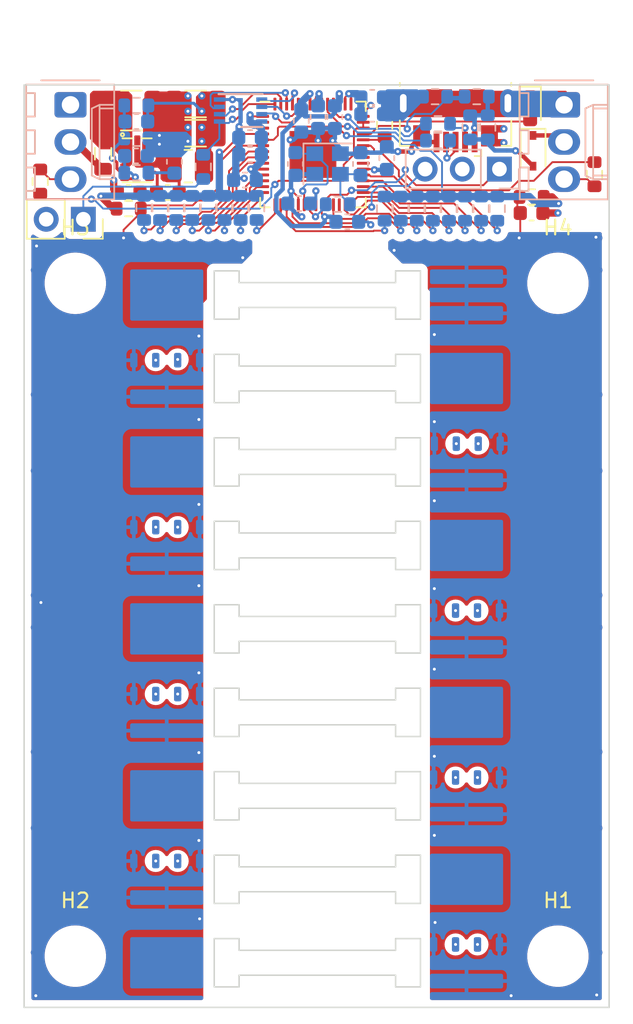
<source format=kicad_pcb>
(kicad_pcb (version 20211014) (generator pcbnew)
  (layers (0 "F.Cu" signal) (1 "In1.Cu" signal) (2 "In2.Cu" signal) (31 "B.Cu" signal) (34 "B.Paste" user) (35 "F.Paste" user) (36 "B.SilkS" user "B.Silkscreen") (37 "F.SilkS" user "F.Silkscreen") (38 "B.Mask" user) (39 "F.Mask" user) (44 "Edge.Cuts" user))
  (net 0 "")
  (net 1 "/XIN")
  (net 2 "GND")
  (net 3 "Net-(C2-Pad1)")
  (net 4 "+3V3")
  (net 5 "+24V")
  (net 6 "Net-(C7-Pad2)")
  (net 7 "Net-(C8-Pad1)")
  (net 8 "Net-(C8-Pad2)")
  (net 9 "+1V1")
  (net 10 "Net-(C11-Pad2)")
  (net 11 "Net-(C14-Pad1)")
  (net 12 "VBUS")
  (net 13 "Net-(D2-Pad2)")
  (net 14 "Net-(J1-Pad2)")
  (net 15 "Net-(J1-Pad3)")
  (net 17 "Net-(J2-Pad1)")
  (net 18 "Net-(J2-Pad3)")
  (net 19 "Net-(J3-Pad3)")
  (net 20 "Net-(J4-Pad3)")
  (net 21 "/XOUT")
  (net 22 "Net-(R2-Pad2)")
  (net 23 "Net-(R3-Pad2)")
  (net 24 "/QSPI_CS")
  (net 25 "Net-(D1-Pad2)")
  (net 26 "Net-(R7-Pad1)")
  (net 27 "Net-(R10-Pad1)")
  (net 28 "/UART1")
  (net 29 "/UART0")
  (net 30 "/QSPI_D1")
  (net 31 "/QSPI_D2")
  (net 32 "/QSPI_D0")
  (net 33 "/QSPI_CLK")
  (net 34 "/QSPI_D3")
  (net 37 "Net-(J5-Pad1)")
  (net 38 "Net-(C6-Pad2)")
  (net 39 "/capSens/+aktShield")
  (net 40 "/capSens/-aktShield")
  (net 41 "/capSens/+sens1")
  (net 42 "/capSens/+sens2")
  (net 43 "/capSens/+sens3")
  (net 44 "/capSens/+sens4")
  (net 45 "/capSens/+sens6")
  (net 46 "/capSens/+sens7")
  (net 47 "/capSens/+sens8")
  (net 48 "/capSens/-sens1")
  (net 49 "/capSens/-sens2")
  (net 50 "/capSens/-sens3")
  (net 51 "/capSens/-sens4")
  (net 52 "/capSens/-sens5")
  (net 53 "/capSens/-sens6")
  (net 54 "/capSens/-sens7")
  (net 55 "/capSens/-sens8")
  (net 56 "/capSens/+exe")
  (net 57 "/capSens/-exe")
  (net 58 "/capSens/+sens5")
  (net 63 "Net-(K21-Pad1)")
  (net 64 "Net-(K41-Pad1)")
  (net 65 "Net-(K43-Pad1)")
  (net 66 "Net-(K45-Pad1)")
  (net 67 "Net-(K69-Pad1)")
  (net 68 "Net-(K71-Pad1)")
  (net 69 "Net-(K73-Pad1)")
  (net 70 "Net-(K75-Pad1)")
  (net 71 "Net-(K77-Pad1)")
  (footprint "Resistor_SMD:R_0603_1608Metric" (layer "F.Cu") (at 82.15 38.45 180)
    (fp_text reference "R5" hide)
    (fp_text value "1k" hide)
  )
  (footprint "Inductor_SMD:L_1008_2520Metric" (layer "F.Cu") (at 86.225 35.55)
    (fp_text reference "L1" hide)
    (fp_text value "4.7u" hide)
  )
  (footprint "Connector_USB:USB_Micro-B_GCT_USB3076-30-A" (layer "F.Cu") (at 104.5 32.45 180)
    (fp_text reference "J1" hide)
    (fp_text value "USB_B_Micro" hide)
  )
  (footprint "Capacitor_SMD:C_0603_1608Metric" (layer "F.Cu") (at 109.7 38.75)
    (fp_text reference "C5" hide)
    (fp_text value "100n" hide)
  )
  (footprint "Connector_PinSocket_2.54mm:PinSocket_1x02_P2.54mm_Vertical" (layer "F.Cu") (at 79.05 39.175 -90)
    (fp_text reference "J5" hide)
    (fp_text value "Conn_01x02" hide)
  )
  (footprint "MountingHole:MountingHole_3.2mm_M3_DIN965" (layer "F.Cu") (at 78.5 89.5)
    (fp_text reference "H2")
    (fp_text value "MountingHole")
  )
  (footprint "Inductor_SMD:L_0805_2012Metric" (layer "F.Cu") (at 80.4 34.7 -90)
    (fp_text reference "L2" hide)
    (fp_text value "1µ" hide)
  )
  (footprint "MountingHole:MountingHole_3.2mm_M3_DIN965" (layer "F.Cu") (at 111.5 43.55)
    (fp_text reference "H4")
    (fp_text value "MountingHole")
  )
  (footprint "Package_DFN_QFN:QFN-56-1EP_7x7mm_P0.4mm_EP3.2x3.2mm" (layer "F.Cu") (at 94.75 34.75)
    (fp_text reference "U2" hide)
    (fp_text value "RP2040" hide)
  )
  (footprint "Capacitor_SMD:C_0603_1608Metric" (layer "F.Cu") (at 84.825 37.35 180)
    (fp_text reference "C8" hide)
    (fp_text value "100n" hide)
  )
  (footprint "Bergi:V-DFN3020-13" (layer "F.Cu") (at 82.725 35.15)
    (fp_text reference "U3" hide)
    (fp_text value "AP63357Q" hide)
  )
  (footprint "Resistor_SMD:R_0603_1608Metric" (layer "F.Cu") (at 114 36.1 90)
    (fp_text reference "R33" hide)
    (fp_text value "1k" hide)
  )
  (footprint "Diode_SMD:D_SOD-323" (layer "F.Cu") (at 109.8 34.5 -90)
    (fp_text reference "D1" hide)
    (fp_text value "BAT54W" hide)
  )
  (footprint "Capacitor_SMD:C_1206_3216Metric" (layer "F.Cu") (at 86.725 33.3)
    (fp_text reference "C18" hide)
    (fp_text value "22µ" hide)
  )
  (footprint "MountingHole:MountingHole_3.2mm_M3_DIN965" (layer "F.Cu") (at 111.5 89.5)
    (fp_text reference "H1")
    (fp_text value "MountingHole")
  )
  (footprint "Resistor_SMD:R_0603_1608Metric" (layer "F.Cu") (at 109.7 37.65)
    (fp_text reference "R6" hide)
    (fp_text value "1k" hide)
  )
  (footprint "Capacitor_SMD:C_0603_1608Metric" (layer "F.Cu") (at 82.15 37.35 180)
    (fp_text reference "C4" hide)
    (fp_text value "100n" hide)
  )
  (footprint "Resistor_SMD:R_0603_1608Metric" (layer "F.Cu") (at 76.1 36.6 -90)
    (fp_text reference "R34" hide)
    (fp_text value "1k" hide)
  )
  (footprint "MountingHole:MountingHole_3.2mm_M3_DIN965" (layer "F.Cu") (at 78.5 43.55)
    (fp_text reference "H3")
    (fp_text value "MountingHole")
  )
  (footprint "Capacitor_SMD:C_1206_3216Metric" (layer "F.Cu") (at 86.725 31.3)
    (fp_text reference "C20" hide)
    (fp_text value "22µ" hide)
  )
  (footprint "Capacitor_SMD:C_1210_3225Metric" (layer "F.Cu") (at 82.325 31.75 180)
    (fp_text reference "C6" hide)
    (fp_text value "10µ" hide)
  )
  (footprint "LED_SMD:LED_0603_1608Metric" (layer "F.Cu") (at 109.6 31.6 -90)
    (fp_text reference "D2" hide)
    (fp_text value "Green" hide)
  )
  (footprint "Resistor_SMD:R_0603_1608Metric" (layer "F.Cu") (at 99.65 32.75 90)
    (fp_text reference "R7" hide)
    (fp_text value "470R" hide)
  )
  (footprint "Bergi:dummyPad" (layer "B.Cu") (at 105.25 91.2 180)
    (fp_text reference "K65" hide)
    (fp_text value "capPad" hide)
  )
  (footprint "Resistor_SMD:R_0603_1608Metric" (layer "B.Cu") (at 87.6 38.4 90)
    (fp_text reference "R14" hide)
    (fp_text value "100k" hide)
  )
  (footprint "Resistor_SMD:R_0603_1608Metric" (layer "B.Cu") (at 107.35 38.45 90)
    (fp_text reference "R27" hide)
    (fp_text value "100k" hide)
  )
  (footprint "Bergi:dummyPad" (layer "B.Cu") (at 106 88.7)
    (fp_text reference "K20" hide)
    (fp_text value "capPad" hide)
  )
  (footprint "Resistor_SMD:R_0603_1608Metric" (layer "B.Cu") (at 106.7 32.9 -90)
    (fp_text reference "R35" hide)
    (fp_text value "10R" hide)
  )
  (footprint "Capacitor_SMD:C_0603_1608Metric" (layer "B.Cu") (at 95.1 32.2 -90)
    (fp_text reference "C21" hide)
    (fp_text value "100nF" hide)
  )
  (footprint "Resistor_SMD:R_0603_1608Metric" (layer "B.Cu") (at 101.85 38.45 90)
    (fp_text reference "R22" hide)
    (fp_text value "100k" hide)
  )
  (footprint "Resistor_SMD:R_0603_1608Metric" (layer "B.Cu") (at 102.95 38.45 90)
    (fp_text reference "R23" hide)
    (fp_text value "100k" hide)
  )
  (footprint "Bergi:dummyPad" (layer "B.Cu") (at 106 77.3)
    (fp_text reference "K18" hide)
    (fp_text value "capPad" hide)
  )
  (footprint "Bergi:dummyPad" (layer "B.Cu") (at 104.55 54.5)
    (fp_text reference "K13" hide)
    (fp_text value "capPad" hide)
  )
  (footprint "Bergi:dummyPad" (layer "B.Cu") (at 84.75 85.5 180)
    (fp_text reference "K1" hide)
    (fp_text value "capPad" hide)
  )
  (footprint "Crystal:Crystal_SMD_2520-4Pin_2.5x2.0mm" (layer "B.Cu") (at 95.75 35.4)
    (fp_text reference "Y1" hide)
    (fp_text value "12Mhz" hide)
  )
  (footprint "Capacitor_SMD:C_0603_1608Metric" (layer "B.Cu") (at 90.45 33.6 180)
    (fp_text reference "C3" hide)
    (fp_text value "100nF" hide)
  )
  (footprint "Bergi:dummyPad" (layer "B.Cu") (at 84 71.6 180)
    (fp_text reference "K5" hide)
    (fp_text value "capPad" hide)
  )
  (footprint "Bergi:dummyPad" (layer "B.Cu") (at 103 88.7 180)
    (fp_text reference "K2" hide)
    (fp_text value "capPad" hide)
  )
  (footprint "Resistor_SMD:R_0603_1608Metric" (layer "B.Cu") (at 84.3 38.4 90)
    (fp_text reference "R11" hide)
    (fp_text value "100k" hide)
  )
  (footprint "Bergi:dummyPad" (layer "B.Cu") (at 84.75 68.4 180)
    (fp_text reference "K68" hide)
    (fp_text value "capPad" hide)
  )
  (footprint "Capacitor_SMD:C_0603_1608Metric" (layer "B.Cu") (at 85.275 35.25 -90)
    (fp_text reference "C7" hide)
    (fp_text value "3.3n" hide)
  )
  (footprint "Capacitor_SMD:C_0603_1608Metric" (layer "B.Cu") (at 96.25 32.2 -90)
    (fp_text reference "C13" hide)
    (fp_text value "1µF" hide)
  )
  (footprint "Bergi:dummyPad" (layer "B.Cu") (at 87 48.8 180)
    (fp_text reference "K46" hide)
    (fp_text value "capPad" hide)
  )
  (footprint "Resistor_SMD:R_0603_1608Metric" (layer "B.Cu") (at 105.15 38.45 90)
    (fp_text reference "R25" hide)
    (fp_text value "100k" hide)
  )
  (footprint "Capacitor_SMD:C_0603_1608Metric" (layer "B.Cu") (at 98.8 30.85)
    (fp_text reference "C17" hide)
    (fp_text value "1µF" hide)
  )
  (footprint "Resistor_SMD:R_0603_1608Metric" (layer "B.Cu") (at 82.675 33.65)
    (fp_text reference "R32" hide)
    (fp_text value "30k" hide)
  )
  (footprint "Capacitor_SMD:C_0603_1608Metric" (layer "B.Cu") (at 82.65 34.85 180)
    (fp_text reference "C11" hide)
    (fp_text value "DNP" hide)
  )
  (footprint "Bergi:dummyPad" (layer "B.Cu") (at 84.75 91.2 180)
    (fp_text reference "K42" hide)
    (fp_text value "capPad" hide)
  )
  (footprint "Bergi:dummyPad" (layer "B.Cu") (at 82.5 48.8 180)
    (fp_text reference "K55" hide)
    (fp_text value "capPad" hide)
  )
  (footprint "Bergi:dummyPad" (layer "B.Cu") (at 107.5 77.3 180)
    (fp_text reference "K63" hide)
    (fp_text value "capPad" hide)
  )
  (footprint "Bergi:dummyPad" (layer "B.Cu") (at 105.25 85.5 180)
    (fp_text reference "K73" hide)
    (fp_text value "capPad" hide)
  )
  (footprint "Capacitor_SMD:C_0603_1608Metric" (layer "B.Cu") (at 98 35.4 90)
    (fp_text reference "C2" hide)
    (fp_text value "12p" hide)
  )
  (footprint "Bergi:dummyPad" (layer "B.Cu") (at 105.25 62.7 180)
    (fp_text reference "K72" hide)
    (fp_text value "capPad" hide)
  )
  (footprint "Bergi:dummyPad" (layer "B.Cu") (at 84 83 180)
    (fp_text reference "K3" hide)
    (fp_text value "capPad" hide)
  )
  (footprint "Resistor_SMD:R_0603_1608Metric" (layer "B.Cu") (at 106.25 38.45 90)
    (fp_text reference "R26" hide)
    (fp_text value "100k" hide)
  )
  (footprint "Bergi:dummyPad" (layer "B.Cu") (at 105.25 48.8 180)
    (fp_text reference "K75" hide)
    (fp_text value "capPad" hide)
  )
  (footprint "Bergi:dummyPad" (layer "B.Cu") (at 105.25 74.1 180)
    (fp_text reference "K77" hide)
    (fp_text value "capPad" hide)
  )
  (footprint "Bergi:dummyPad" (layer "B.Cu") (at 105.25 43.1 180)
    (fp_text reference "K12" hide)
    (fp_text value "capPad" hide)
  )
  (footprint "Bergi:dummyPad" (layer "B.Cu") (at 84.75 57 180)
    (fp_text reference "K70" hide)
    (fp_text value "capPad" hide)
  )
  (footprint "Resistor_SMD:R_0603_1608Metric" (layer "B.Cu") (at 103.1 30.8 180)
    (fp_text reference "R10" hide)
    (fp_text value "10k" hide)
  )
  (footprint "Bergi:dummyPad" (layer "B.Cu") (at 82.5 83 180)
    (fp_text reference "K53" hide)
    (fp_text value "capPad" hide)
  )
  (footprint "Bergi:dummyPad" (layer "B.Cu") (at 84.75 74.1 180)
    (fp_text reference "K54" hide)
    (fp_text value "capPad" hide)
  )
  (footprint "Bergi:dummyPad" (layer "B.Cu") (at 84.75 88.7 180)
    (fp_text reference "K41" hide)
    (fp_text value "capPad" hide)
  )
  (footprint "Bergi:dummyPad" (layer "B.Cu") (at 104.5 77.3)
    (fp_text reference "K17" hide)
    (fp_text value "capPad" hide)
  )
  (footprint "Bergi:dummyPad" (layer "B.Cu") (at 84 60.2 180)
    (fp_text reference "K7" hide)
    (fp_text value "capPad" hide)
  )
  (footprint "Capacitor_SMD:C_0603_1608Metric" (layer "B.Cu") (at 82.675 32.5)
    (fp_text reference "C14" hide)
    (fp_text value "DNP" hide)
  )
  (footprint "Bergi:dummyPad" (layer "B.Cu") (at 105.25 51.3 180)
    (fp_text reference "K76" hide)
    (fp_text value "capPad" hide)
  )
  (footprint "Resistor_SMD:R_0603_1608Metric" (layer "B.Cu") (at 90.9 38.4 90)
    (fp_text reference "R17" hide)
    (fp_text value "100k" hide)
  )
  (footprint "Bergi:dummyPad" (layer "B.Cu") (at 87 71.6 180)
    (fp_text reference "K50" hide)
    (fp_text value "capPad" hide)
  )
  (footprint "Bergi:dummyPad" (layer "B.Cu") (at 84.75 77.3 180)
    (fp_text reference "K44" hide)
    (fp_text value "capPad" hide)
  )
  (footprint "Bergi:dummyPad" (layer "B.Cu") (at 84 48.8 180)
    (fp_text reference "K9" hide)
    (fp_text value "capPad" hide)
  )
  (footprint "Bergi:dummyPad" (layer "B.Cu") (at 105.25 45.6 180)
    (fp_text reference "K11" hide)
    (fp_text value "capPad" hide)
  )
  (footprint "Resistor_SMD:R_0603_1608Metric" (layer "B.Cu") (at 85.4 38.4 90)
    (fp_text reference "R12" hide)
    (fp_text value "100k" hide)
  )
  (footprint "Resistor_SMD:R_0603_1608Metric" (layer "B.Cu") (at 105.5 32.9 -90)
    (fp_text reference "R36" hide)
    (fp_text value "10R" hide)
  )
  (footprint "Bergi:dummyPad" (layer "B.Cu") (at 105.25 57 180)
    (fp_text reference "K61" hide)
    (fp_text value "capPad" hide)
  )
  (footprint "Bergi:dummyPad" (layer "B.Cu") (at 85.5 60.2 180)
    (fp_text reference "K8" hide)
    (fp_text value "capPad" hide)
  )
  (footprint "Resistor_SMD:R_0603_1608Metric" (layer "B.Cu") (at 82.675 31.4 180)
    (fp_text reference "R31" hide)
    (fp_text value "91k" hide)
  )
  (footprint "Resistor_SMD:R_0603_1608Metric" (layer "B.Cu") (at 103.3 33.8 180)
    (fp_text reference "R2" hide)
    (fp_text value "27" hide)
  )
  (footprint "Bergi:dummyPad" (layer "B.Cu") (at 104.5 65.9)
    (fp_text reference "K15" hide)
    (fp_text value "capPad" hide)
  )
  (footprint "Capacitor_SMD:C_0603_1608Metric" (layer "B.Cu") (at 97.1 39.35)
    (fp_text reference "C10" hide)
    (fp_text value "100nF" hide)
  )
  (footprint "Bergi:dummyPad" (layer "B.Cu") (at 103 65.9 180)
    (fp_text reference "K60" hide)
    (fp_text value "capPad" hide)
  )
  (footprint "Bergi:dummyPad" (layer "B.Cu") (at 107.5 65.9 180)
    (fp_text reference "K57" hide)
    (fp_text value "capPad" hide)
  )
  (footprint "Resistor_SMD:R_0603_1608Metric" (layer "B.Cu") (at 100.75 38.45 90)
    (fp_text reference "R21" hide)
    (fp_text value "100k" hide)
  )
  (footprint "Bergi:dummyPad" (layer "B.Cu") (at 105.25 71.6 180)
    (fp_text reference "K78" hide)
    (fp_text value "capPad" hide)
  )
  (footprint "Bergi:dummyPad" (layer "B.Cu") (at 85.5 83 180)
    (fp_text reference "K4" hide)
    (fp_text value "capPad" hide)
  )
  (footprint "Resistor_SMD:R_0603_1608Metric" (layer "B.Cu") (at 96.45 38.15)
    (fp_text reference "R1" hide)
    (fp_text value "1k" hide)
  )
  (footprint "Connector_Molex:Molex_KK-254_AE-6410-03A_1x03_P2.54mm_Vertical" (layer "B.Cu") (at 111.92 31.36 -90)
    (fp_text reference "J3" hide)
    (fp_text value "Conn_01x03" hide)
  )
  (footprint "Bergi:dummyPad" (layer "B.Cu") (at 84.75 54.5 180)
    (fp_text reference "K69" hide)
    (fp_text value "capPad" hide)
  )
  (footprint "Resistor_SMD:R_0603_1608Metric" (layer "B.Cu") (at 103.3 32.65 180)
    (fp_text reference "R3" hide)
    (fp_text value "27" hide)
  )
  (footprint "Bergi:dummyPad" (layer "B.Cu") (at 82.5 71.6 180)
    (fp_text reference "K49" hide)
    (fp_text value "capPad" hide)
  )
  (footprint "Bergi:DFN-8-1EP_3x2mm_P0.5mm_EP0.3x1.6mm" (layer "B.Cu") (at 89.8 31.75)
    (fp_text reference "U1" hide)
    (fp_text value "W25Q16JVUXIQ" hide)
  )
  (footprint "Resistor_SMD:R_0603_1608Metric" (layer "B.Cu") (at 105.95 30.8 180)
    (fp_text reference "R9" hide)
    (fp_text value "5.6k" hide)
  )
  (footprint "Resistor_SMD:R_0603_1608Metric" (layer "B.Cu") (at 83.2 38.4 90)
    (fp_text reference "R8" hide)
    (fp_text value "100k" hide)
  )
  (footprint "Connector_PinHeader_2.54mm:PinHeader_1x03_P2.54mm_Vertical" (layer "B.Cu") (at 107.5 35.75 90)
    (fp_text reference "J2" hide)
    (fp_text value "Conn_01x03" hide)
  )
  (footprint "Resistor_SMD:R_0603_1608Metric" (layer "B.Cu") (at 104.05 38.45 90)
    (fp_text reference "R24" hide)
    (fp_text value "100k" hide)
  )
  (footprint "Bergi:dummyPad" (layer "B.Cu") (at 104.5 88.7)
    (fp_text reference "K19" hide)
    (fp_text value "capPad" hide)
  )
  (footprint "Resistor_SMD:R_0603_1608Metric" (layer "B.Cu") (at 87.25 35.6 -90)
    (fp_text reference "R4" hide)
    (fp_text value "1k" hide)
  )
  (footprint "Bergi:dummyPad" (layer "B.Cu") (at 105.25 68.4 180)
    (fp_text reference "K66" hide)
    (fp_text value "capPad" hide)
  )
  (footprint "Bergi:dummyPad" (layer "B.Cu") (at 84.75 43.1 180)
    (fp_text reference "K21" hide)
    (fp_text value "capPad" hide)
  )
  (footprint "Capacitor_SMD:C_0603_1608Metric" (layer "B.Cu") (at 90.1 36.5 180)
    (fp_text reference "C12" hide)
    (fp_text value "100nF" hide)
  )
  (footprint "Bergi:dummyPad" (layer "B.Cu") (at 84.75 79.8 180)
    (fp_text reference "K43" hide)
    (fp_text value "capPad" hide)
  )
  (footprint "Bergi:dummyPad" (layer "B.Cu") (at 106.05 54.5)
    (fp_text reference "K14" hide)
    (fp_text value "capPad" hide)
  )
  (footprint "Bergi:dummyPad" (layer "B.Cu") (at 106 65.9)
    (fp_text reference "K16" hide)
    (fp_text value "capPad" hide)
  )
  (footprint "Resistor_SMD:R_0603_1608Metric" (layer "B.Cu") (at 99.65 38.45 90)
    (fp_text reference "R20" hide)
    (fp_text value "100k" hide)
  )
  (footprint "Connector_Molex:Molex_KK-254_AE-6410-03A_1x03_P2.54mm_Vertical" (layer "B.Cu") (at 78.17 31.36 -90)
    (fp_text reference "J4" hide)
    (fp_text value "Conn_01x03" hide)
  )
  (footprint "Bergi:dummyPad" (layer "B.Cu") (at 84.75 45.6 180)
    (fp_text reference "K22" hide)
    (fp_text value "capPad" hide)
  )
  (footprint "Capacitor_SMD:C_0603_1608Metric" (layer "B.Cu") (at 98.8 32)
    (fp_text reference "C19" hide)
    (fp_text value "100nF" hide)
  )
  (footprint "Resistor_SMD:R_0603_1608Metric" (layer "B.Cu") (at 86.5 38.4 90)
    (fp_text reference "R13" hide)
    (fp_text value "100k" hide)
  )
  (footprint "Resistor_SMD:R_0603_1608Metric" (layer "B.Cu") (at 89.8 38.4 90)
    (fp_text reference "R16" hide)
    (fp_text value "100k" hide)
  )
  (footprint "Capacitor_SMD:C_0603_1608Metric" (layer "B.Cu") (at 93.95 32.45 -90)
    (fp_text reference "C16" hide)
    (fp_text value "100nF" hide)
  )
  (footprint "Bergi:dummyPad" (layer "B.Cu") (at 85.5 71.6 180)
    (fp_text reference "K6" hide)
    (fp_text value "capPad" hide)
  )
  (footprint "Capacitor_SMD:C_0603_1608Metric" (layer "B.Cu") (at 93.55 35.4 -90)
    (fp_text reference "C1" hide)
    (fp_text value "12p" hide)
  )
  (footprint "Resistor_SMD:R_0603_1608Metric" (layer "B.Cu") (at 88.7 38.4 90)
    (fp_text reference "R15" hide)
    (fp_text value "100k" hide)
  )
  (footprint "Bergi:dummyPad" (layer "B.Cu") (at 105.25 60.2 180)
    (fp_text reference "K71" hide)
    (fp_text value "capPad" hide)
  )
  (footprint "Resistor_SMD:R_0603_1608Metric" (layer "B.Cu") (at 82.675 36)
    (fp_text reference "R30" hide)
    (fp_text value "27k" hide)
  )
  (footprint "Bergi:dummyPad" (layer "B.Cu") (at 82.5 60.2 180)
    (fp_text reference "K51" hide)
    (fp_text value "capPad" hide)
  )
  (footprint "Bergi:dummyPad" (layer "B.Cu") (at 105.25 79.8 180)
    (fp_text reference "K64" hide)
    (fp_text value "capPad" hide)
  )
  (footprint "Bergi:dummyPad" (layer "B.Cu") (at 84.75 65.9 180)
    (fp_text reference "K45" hide)
    (fp_text value "capPad" hide)
  )
  (footprint "Bergi:dummyPad" (layer "B.Cu") (at 84.75 51.3 180)
    (fp_text reference "K48" hide)
    (fp_text value "capPad" hide)
  )
  (footprint "Capacitor_SMD:C_0603_1608Metric" (layer "B.Cu") (at 99.8 35 90)
    (fp_text reference "C15" hide)
    (fp_text value "100nF" hide)
  )
  (footprint "Bergi:dummyPad" (layer "B.Cu") (at 103.05 54.5 180)
    (fp_text reference "K67" hide)
    (fp_text value "capPad" hide)
  )
  (footprint "Bergi:dummyPad" (layer "B.Cu") (at 87 83 180)
    (fp_text reference "K56" hide)
    (fp_text value "capPad" hide)
  )
  (footprint "Bergi:dummyPad" (layer "B.Cu") (at 107.5 88.7 180)
    (fp_text reference "K58" hide)
    (fp_text value "capPad" hide)
  )
  (footprint "Capacitor_SMD:C_0603_1608Metric" (layer "B.Cu") (at 93.8 38.1 180)
    (fp_text reference "C9" hide)
    (fp_text value "100nF" hide)
  )
  (footprint "Bergi:dummyPad" (layer "B.Cu") (at 87 60.2 180)
    (fp_text reference "K52" hide)
    (fp_text value "capPad" hide)
  )
  (footprint "Capacitor_SMD:C_0603_1608Metric" (layer "B.Cu") (at 90.45 34.75 180)
    (fp_text reference "C23" hide)
    (fp_text value "100nF" hide)
  )
  (footprint "Bergi:dummyPad" (layer "B.Cu") (at 103 77.3 180)
    (fp_text reference "K59" hide)
    (fp_text value "capPad" hide)
  )
  (footprint "Bergi:dummyPad" (layer "B.Cu") (at 107.55 54.5 180)
    (fp_text reference "K62" hide)
    (fp_text value "capPad" hide)
  )
  (footprint "Bergi:dummyPad" (layer "B.Cu") (at 84.75 62.7 180)
    (fp_text reference "K47" hide)
    (fp_text value "capPad" hide)
  )
  (footprint "Bergi:dummyPad" (layer "B.Cu") (at 105.25 83 180)
    (fp_text reference "K74" hide)
    (fp_text value "capPad" hide)
  )
  (footprint "Bergi:dummyPad" (layer "B.Cu") (at 85.5 48.8 180)
    (fp_text reference "K10" hide)
    (fp_text value "capPad" hide)
  )
  (gr_line (start 100.4 42.7) (end 102.1 42.7) (layer "Edge.Cuts") (width 0.1))
  (gr_line (start 89.7 63.1) (end 88 63.1) (layer "Edge.Cuts") (width 0.1))
  (gr_line (start 100.4 51.7) (end 100.4 50.9) (layer "Edge.Cuts") (width 0.1))
  (gr_line (start 88 63.1) (end 88 59.8) (layer "Edge.Cuts") (width 0.1))
  (gr_line (start 88 57.4) (end 88 54.1) (layer "Edge.Cuts") (width 0.1))
  (gr_line (start 100.4 65.5) (end 102.1 65.5) (layer "Edge.Cuts") (width 0.1))
  (gr_line (start 89.7 43.5) (end 100.4 43.5) (layer "Edge.Cuts") (width 0.1))
  (gr_line (start 89.7 91.6) (end 88 91.6) (layer "Edge.Cuts") (width 0.1))
  (gr_line (start 102.1 54.1) (end 102.1 57.4) (layer "Edge.Cuts") (width 0.1))
  (gr_line (start 102.1 74.5) (end 100.4 74.5) (layer "Edge.Cuts") (width 0.1))
  (gr_line (start 100.4 57.4) (end 100.4 56.6) (layer "Edge.Cuts") (width 0.1))
  (gr_line (start 100.4 54.9) (end 100.4 54.1) (layer "Edge.Cuts") (width 0.1))
  (gr_line (start 89.7 57.4) (end 88 57.4) (layer "Edge.Cuts") (width 0.1))
  (gr_line (start 89.7 77.7) (end 100.4 77.7) (layer "Edge.Cuts") (width 0.1))
  (gr_line (start 89.7 56.6) (end 89.7 57.4) (layer "Edge.Cuts") (width 0.1))
  (gr_line (start 102.1 88.3) (end 102.1 91.6) (layer "Edge.Cuts") (width 0.1))
  (gr_line (start 100.4 46) (end 100.4 45.2) (layer "Edge.Cuts") (width 0.1))
  (gr_line (start 102.1 63.1) (end 100.4 63.1) (layer "Edge.Cuts") (width 0.1))
  (gr_line (start 88 48.4) (end 89.7 48.4) (layer "Edge.Cuts") (width 0.1))
  (gr_line (start 102.1 48.4) (end 102.1 51.7) (layer "Edge.Cuts") (width 0.1))
  (gr_line (start 102.1 82.6) (end 102.1 85.9) (layer "Edge.Cuts") (width 0.1))
  (gr_line (start 100.4 62.3) (end 89.7 62.3) (layer "Edge.Cuts") (width 0.1))
  (gr_line (start 88 76.9) (end 89.7 76.9) (layer "Edge.Cuts") (width 0.1))
  (gr_line (start 100.4 79.4) (end 89.7 79.4) (layer "Edge.Cuts") (width 0.1))
  (gr_line (start 89.7 85.1) (end 89.7 85.9) (layer "Edge.Cuts") (width 0.1))
  (gr_line (start 89.7 85.9) (end 88 85.9) (layer "Edge.Cuts") (width 0.1))
  (gr_line (start 88 65.5) (end 89.7 65.5) (layer "Edge.Cuts") (width 0.1))
  (gr_line (start 75 30) (end 115 30) (layer "Edge.Cuts") (width 0.1))
  (gr_line (start 100.4 43.5) (end 100.4 42.7) (layer "Edge.Cuts") (width 0.1))
  (gr_line (start 100.4 71.2) (end 102.1 71.2) (layer "Edge.Cuts") (width 0.1))
  (gr_line (start 89.7 60.6) (end 100.4 60.6) (layer "Edge.Cuts") (width 0.1))
  (gr_line (start 102.1 42.7) (end 102.1 46) (layer "Edge.Cuts") (width 0.1))
  (gr_line (start 88 74.5) (end 88 71.2) (layer "Edge.Cuts") (width 0.1))
  (gr_line (start 88 51.7) (end 88 48.4) (layer "Edge.Cuts") (width 0.1))
  (gr_line (start 88 71.2) (end 89.7 71.2) (layer "Edge.Cuts") (width 0.1))
  (gr_line (start 89.7 80.2) (end 88 80.2) (layer "Edge.Cuts") (width 0.1))
  (gr_line (start 100.4 76.9) (end 102.1 76.9) (layer "Edge.Cuts") (width 0.1))
  (gr_line (start 89.7 76.9) (end 89.7 77.7) (layer "Edge.Cuts") (width 0.1))
  (gr_line (start 102.1 57.4) (end 100.4 57.4) (layer "Edge.Cuts") (width 0.1))
  (gr_line (start 102.1 91.6) (end 100.4 91.6) (layer "Edge.Cuts") (width 0.1))
  (gr_line (start 88 82.6) (end 89.7 82.6) (layer "Edge.Cuts") (width 0.1))
  (gr_line (start 115 93) (end 115 30) (layer "Edge.Cuts") (width 0.1))
  (gr_line (start 100.4 89.1) (end 100.4 88.3) (layer "Edge.Cuts") (width 0.1))
  (gr_line (start 102.1 51.7) (end 100.4 51.7) (layer "Edge.Cuts") (width 0.1))
  (gr_line (start 89.7 46) (end 88 46) (layer "Edge.Cuts") (width 0.1))
  (gr_line (start 102.1 76.9) (end 102.1 80.2) (layer "Edge.Cuts") (width 0.1))
  (gr_line (start 89.7 51.7) (end 88 51.7) (layer "Edge.Cuts") (width 0.1))
  (gr_line (start 100.4 82.6) (end 102.1 82.6) (layer "Edge.Cuts") (width 0.1))
  (gr_line (start 100.4 50.9) (end 89.7 50.9) (layer "Edge.Cuts") (width 0.1))
  (gr_line (start 88 80.2) (end 88 76.9) (layer "Edge.Cuts") (width 0.1))
  (gr_line (start 89.7 54.1) (end 89.7 54.9) (layer "Edge.Cuts") (width 0.1))
  (gr_line (start 89.7 71.2) (end 89.7 72) (layer "Edge.Cuts") (width 0.1))
  (gr_line (start 89.7 90.8) (end 89.7 91.6) (layer "Edge.Cuts") (width 0.1))
  (gr_line (start 89.7 49.2) (end 100.4 49.2) (layer "Edge.Cuts") (width 0.1))
  (gr_line (start 88 59.8) (end 89.7 59.8) (layer "Edge.Cuts") (width 0.1))
  (gr_line (start 100.4 66.3) (end 100.4 65.5) (layer "Edge.Cuts") (width 0.1))
  (gr_line (start 100.4 85.1) (end 89.7 85.1) (layer "Edge.Cuts") (width 0.1))
  (gr_line (start 100.4 73.7) (end 89.7 73.7) (layer "Edge.Cuts") (width 0.1))
  (gr_line (start 89.7 83.4) (end 100.4 83.4) (layer "Edge.Cuts") (width 0.1))
  (gr_line (start 89.7 82.6) (end 89.7 83.4) (layer "Edge.Cuts") (width 0.1))
  (gr_line (start 100.4 63.1) (end 100.4 62.3) (layer "Edge.Cuts") (width 0.1))
  (gr_line (start 88 46) (end 88 42.7) (layer "Edge.Cuts") (width 0.1))
  (gr_line (start 89.7 88.3) (end 89.7 89.1) (layer "Edge.Cuts") (width 0.1))
  (gr_line (start 89.7 89.1) (end 100.4 89.1) (layer "Edge.Cuts") (width 0.1))
  (gr_line (start 100.4 90.8) (end 89.7 90.8) (layer "Edge.Cuts") (width 0.1))
  (gr_line (start 100.4 45.2) (end 89.7 45.2) (layer "Edge.Cuts") (width 0.1))
  (gr_line (start 89.7 73.7) (end 89.7 74.5) (layer "Edge.Cuts") (width 0.1))
  (gr_line (start 89.7 66.3) (end 100.4 66.3) (layer "Edge.Cuts") (width 0.1))
  (gr_line (start 100.4 74.5) (end 100.4 73.7) (layer "Edge.Cuts") (width 0.1))
  (gr_line (start 89.7 45.2) (end 89.7 46) (layer "Edge.Cuts") (width 0.1))
  (gr_line (start 88 91.6) (end 88 88.3) (layer "Edge.Cuts") (width 0.1))
  (gr_line (start 89.7 74.5) (end 88 74.5) (layer "Edge.Cuts") (width 0.1))
  (gr_line (start 100.4 88.3) (end 102.1 88.3) (layer "Edge.Cuts") (width 0.1))
  (gr_line (start 100.4 72) (end 100.4 71.2) (layer "Edge.Cuts") (width 0.1))
  (gr_line (start 89.7 68.8) (end 88 68.8) (layer "Edge.Cuts") (width 0.1))
  (gr_line (start 100.4 59.8) (end 102.1 59.8) (layer "Edge.Cuts") (width 0.1))
  (gr_line (start 102.1 80.2) (end 100.4 80.2) (layer "Edge.Cuts") (width 0.1))
  (gr_line (start 102.1 46) (end 100.4 46) (layer "Edge.Cuts") (width 0.1))
  (gr_line (start 102.1 85.9) (end 100.4 85.9) (layer "Edge.Cuts") (width 0.1))
  (gr_line (start 89.7 68) (end 89.7 68.8) (layer "Edge.Cuts") (width 0.1))
  (gr_line (start 100.4 68.8) (end 100.4 68) (layer "Edge.Cuts") (width 0.1))
  (gr_line (start 75 93) (end 115 93) (layer "Edge.Cuts") (width 0.1))
  (gr_line (start 89.7 65.5) (end 89.7 66.3) (layer "Edge.Cuts") (width 0.1))
  (gr_line (start 100.4 54.1) (end 102.1 54.1) (layer "Edge.Cuts") (width 0.1))
  (gr_line (start 88 54.1) (end 89.7 54.1) (layer "Edge.Cuts") (width 0.1))
  (gr_line (start 100.4 49.2) (end 100.4 48.4) (layer "Edge.Cuts") (width 0.1))
  (gr_line (start 100.4 48.4) (end 102.1 48.4) (layer "Edge.Cuts") (width 0.1))
  (gr_line (start 89.7 50.9) (end 89.7 51.7) (layer "Edge.Cuts") (width 0.1))
  (gr_line (start 89.7 54.9) (end 100.4 54.9) (layer "Edge.Cuts") (width 0.1))
  (gr_line (start 88 68.8) (end 88 65.5) (layer "Edge.Cuts") (width 0.1))
  (gr_line (start 102.1 71.2) (end 102.1 74.5) (layer "Edge.Cuts") (width 0.1))
  (gr_line (start 100.4 77.7) (end 100.4 76.9) (layer "Edge.Cuts") (width 0.1))
  (gr_line (start 88 85.9) (end 88 82.6) (layer "Edge.Cuts") (width 0.1))
  (gr_line (start 89.7 42.7) (end 89.7 43.5) (layer "Edge.Cuts") (width 0.1))
  (gr_line (start 100.4 83.4) (end 100.4 82.6) (layer "Edge.Cuts") (width 0.1))
  (gr_line (start 100.4 60.6) (end 100.4 59.8) (layer "Edge.Cuts") (width 0.1))
  (gr_line (start 89.7 62.3) (end 89.7 63.1) (layer "Edge.Cuts") (width 0.1))
  (gr_line (start 89.7 48.4) (end 89.7 49.2) (layer "Edge.Cuts") (width 0.1))
  (gr_line (start 89.7 59.8) (end 89.7 60.6) (layer "Edge.Cuts") (width 0.1))
  (gr_line (start 102.1 59.8) (end 102.1 63.1) (layer "Edge.Cuts") (width 0.1))
  (gr_line (start 88 42.7) (end 89.7 42.7) (layer "Edge.Cuts") (width 0.1))
  (gr_line (start 102.1 65.5) (end 102.1 68.8) (layer "Edge.Cuts") (width 0.1))
  (gr_line (start 100.4 68) (end 89.7 68) (layer "Edge.Cuts") (width 0.1))
  (gr_line (start 89.7 79.4) (end 89.7 80.2) (layer "Edge.Cuts") (width 0.1))
  (gr_line (start 100.4 85.9) (end 100.4 85.1) (layer "Edge.Cuts") (width 0.1))
  (gr_line (start 89.7 72) (end 100.4 72) (layer "Edge.Cuts") (width 0.1))
  (gr_line (start 100.4 80.2) (end 100.4 79.4) (layer "Edge.Cuts") (width 0.1))
  (gr_line (start 102.1 68.8) (end 100.4 68.8) (layer "Edge.Cuts") (width 0.1))
  (gr_line (start 100.4 56.6) (end 89.7 56.6) (layer "Edge.Cuts") (width 0.1))
  (gr_line (start 100.4 91.6) (end 100.4 90.8) (layer "Edge.Cuts") (width 0.1))
  (gr_line (start 88 88.3) (end 89.7 88.3) (layer "Edge.Cuts") (width 0.1))
  (gr_line (start 75 30.05) (end 75 93) (layer "Edge.Cuts") (width 0.1))
  (segment (start 94.05 37.25) (end 94.15 37.35) (width 0.127) (layer "F.Cu") (net 1))
  (segment (start 94.15 37.35) (end 94.15 38.1875) (width 0.127) (layer "F.Cu") (net 1))
  (via (at 94.05 37.25) (size 0.5) (drill 0.2) (layers "F.Cu" "B.Cu") (net 1))
  (segment (start 94.05 37.25) (end 94.05 37.05) (width 0.127) (layer "B.Cu") (net 1))
  (segment (start 95.65 36.8) (end 95.75 36.7) (width 0.127) (layer "B.Cu") (net 1))
  (segment (start 95.75 36.7) (end 95.75 35.575) (width 0.127) (layer "B.Cu") (net 1))
  (segment (start 94.3 36.8) (end 95.65 36.8) (width 0.127) (layer "B.Cu") (net 1))
  (segment (start 94.875 34.7) (end 93.625 34.7) (width 0.127) (layer "B.Cu") (net 1))
  (segment (start 94.05 37.05) (end 94.3 36.8) (width 0.127) (layer "B.Cu") (net 1))
  (segment (start 95.75 35.575) (end 94.875 34.7) (width 0.127) (layer "B.Cu") (net 1))
  (segment (start 93.625 34.7) (end 93.55 34.625) (width 0.127) (layer "B.Cu") (net 1))
  (segment (start 81.123571 37.098571) (end 81.375 37.35) (width 0.5) (layer "F.Cu") (net 2))
  (segment (start 86.2 32.9) (end 86.2 31.8) (width 0.127) (layer "F.Cu") (net 2))
  (segment (start 93.25 37.25) (end 93.327038 37.25) (width 0.127) (layer "F.Cu") (net 2))
  (segment (start 110.475 38.75) (end 111.5 38.75) (width 0.5) (layer "F.Cu") (net 2))
  (segment (start 101.488873 34.171127) (end 102.18 33.48) (width 0.3) (layer "F.Cu") (net 2))
  (segment (start 105.625 31.25) (end 108.075 31.25) (width 0.3) (layer "F.Cu") (net 2))
  (segment (start 81.123571 36.51) (end 81.123571 37.098571) (width 0.5) (layer "F.Cu") (net 2))
  (segment (start 84.25 34.05) (end 84.25 33.45) (width 0.127) (layer "F.Cu") (net 2))
  (segment (start 101.478873 34.55) (end 101.488873 34.54) (width 0.3) (layer "F.Cu") (net 2))
  (segment (start 93.75 37.672962) (end 93.75 38.1875) (width 0.127) (layer "F.Cu") (net 2))
  (segment (start 107.3 33) (end 107.55 33) (width 0.5) (layer "F.Cu") (net 2))
  (segment (start 93.75 38.769873) (end 93.986127 39.006) (width 0.127) (layer "F.Cu") (net 2))
  (segment (start 106.82 33.48) (end 107.29 33.95) (width 0.5) (layer "F.Cu") (net 2))
  (segment (start 109.6 30.8125) (end 108.5125 30.8125) (width 0.3) (layer "F.Cu") (net 2))
  (segment (start 85.25 33.3) (end 85.65 33.3) (width 0.127) (layer "F.Cu") (net 2))
  (segment (start 107.55 33) (end 107.8 33) (width 0.5) (layer "F.Cu") (net 2))
  (segment (start 103.2 33.9) (end 102.6 33.9) (width 0.3) (layer "F.Cu") (net 2))
  (segment (start 101.488873 34.54) (end 101.488873 34.171127) (width 0.3) (layer "F.Cu") (net 2))
  (segment (start 108.5125 30.8125) (end 108.075 31.25) (width 0.3) (layer "F.Cu") (net 2))
  (segment (start 106.82 33.48) (end 107.3 33) (width 0.5) (layer "F.Cu") (net 2))
  (segment (start 93.75 38.1875) (end 93.75 38.769873) (width 0.127) (layer "F.Cu") (net 2))
  (segment (start 105.625 31.25) (end 103.375 31.25) (width 0.3) (layer "F.Cu") (net 2))
  (segment (start 107.29 33.95) (end 107.8 33.95) (width 0.5) (layer "F.Cu") (net 2))
  (segment (start 102.6 33.9) (end 102.18 33.48) (width 0.3) (layer "F.Cu") (net 2))
  (segment (start 93.327038 37.25) (end 93.75 37.672962) (width 0.127) (layer "F.Cu") (net 2))
  (segment (start 85.65 33.3) (end 86.2 33.85) (width 0.127) (layer "F.Cu") (net 2))
  (segment (start 103.375 31.25) (end 100.925 31.25) (width 0.3) (layer "F.Cu") (net 2))
  (segment (start 100.55 34.55) (end 101.478873 34.55) (width 0.3) (layer "F.Cu") (net 2))
  (via (at 93.2 33.75) (size 0.5) (drill 0.2) (layers "F.Cu" "B.Cu") (net 2))
  (via (at 86.2 30.75) (size 0.5) (drill 0.2) (layers "F.Cu" "B.Cu") (net 2))
  (via (at 98.7 39.55) (size 0.5) (drill 0.2) (layers "F.Cu" "B.Cu") (net 2))
  (via (at 100.55 34.55) (size 0.5) (drill 0.2) (layers "F.Cu" "B.Cu") (net 2))
  (via (at 86.2 32.9) (size 0.5) (drill 0.2) (layers "F.Cu" "B.Cu") (net 2))
  (via (at 95.1 33.8) (size 0.5) (drill 0.2) (layers "F.Cu" "B.Cu") (net 2))
  (via (at 81.123571 36.51) (size 0.5) (drill 0.2) (layers "F.Cu" "B.Cu") (net 2))
  (via (at 89.7 32.85) (size 0.5) (drill 0.2) (layers "F.Cu" "B.Cu") (net 2))
  (via (at 111.5 38.75) (size 0.5) (drill 0.2) (layers "F.Cu" "B.Cu") (net 2))
  (via (at 89.25 31) (size 0.5) (drill 0.2) (layers "F.Cu" "B.Cu") (net 2))
  (via (at 107.8 33) (size 0.5) (drill 0.2) (layers "F.Cu" "B.Cu") (net 2))
  (via (at 86.2 31.8) (size 0.5) (drill 0.2) (layers "F.Cu" "B.Cu") (net 2))
  (via (at 84.25 33.45) (size 0.5) (drill 0.2) (layers "F.Cu" "B.Cu") (net 2))
  (via (at 101.488873 34.54) (size 0.5) (drill 0.2) (layers "F.Cu" "B.Cu") (net 2))
  (via (at 107.8 33.95) (size 0.5) (drill 0.2) (layers "F.Cu" "B.Cu") (net 2))
  (via (at 93.986127 39.006) (size 0.5) (drill 0.2) (layers "F.Cu" "B.Cu") (net 2))
  (via (at 93.25 37.25) (size 0.5) (drill 0.2) (layers "F.Cu" "B.Cu") (net 2))
  (via (at 96.1 33.8) (size 0.5) (drill 0.2) (layers "F.Cu" "B.Cu") (net 2))
  (via (at 84.25 34.05) (size 0.5) (drill 0.2) (layers "F.Cu" "B.Cu") (net 2))
  (via (at 90.0485 36.381314) (size 0.5) (drill 0.2) (layers "F.Cu" "B.Cu") (net 2))
  (via (at 86.2 33.85) (size 0.5) (drill 0.2) (layers "F.Cu" "B.Cu") (net 2))
  (segment (start 102.275 30.9) (end 101.275 30.9) (width 0.3) (layer "B.Cu") (net 2))
  (segment (start 89.25 31) (end 89.6 31) (width 0.2) (layer "B.Cu") (net 2))
  (segment (start 93.25 37.25) (end 93.25 36.475) (width 0.3) (layer "B.Cu") (net 2))
  (segment (start 93.25 36.475) (end 93.55 36.175) (width 0.3) (layer "B.Cu") (net 2))
  (segment (start 93.25 37.975) (end 93.025 38.2) (width 0.3) (layer "B.Cu") (net 2))
  (segment (start 96.625 34.325) (end 96.625 34.7) (width 0.3) (layer "B.Cu") (net 2))
  (segment (start 89.6 31) (end 89.8 31.2) (width 0.2) (layer "B.Cu") (net 2))
  (segment (start 89.475 36.5) (end 89.475 34.95) (width 0.5) (layer "B.Cu") (net 2))
  (segment (start 93.831 39.006) (end 93.025 38.2) (width 0.3) (layer "B.Cu") (net 2))
  (segment (start 94.85 33.225) (end 95.1 32.975) (width 0.3) (layer "B.Cu") (net 2))
  (segment (start 89.8 31.75) (end 89.8 32.75) (width 0.2) (layer "B.Cu") (net 2))
  (segment (start 100.175 32) (end 100.925 31.25) (width 0.3) (layer "B.Cu") (net 2))
  (segment (start 89.8 32.75) (end 89.7 32.85) (width 0.2) (layer "B.Cu") (net 2))
  (segment (start 99.575 32) (end 100.175 32) (width 0.3) (layer "B.Cu") (net 2))
  (segment (start 95.1 33.8) (end 95.1 32.975) (width 0.3) (layer "B.Cu") (net 2))
  (segment (start 93.625 36.1) (end 93.55 36.175) (width 0.3) (layer "B.Cu") (net 2))
  (segment (start 100.125 34.55) (end 99.8 34.225) (width 0.3) (layer "B.Cu") (net 2))
  (segment (start 101.275 30.9) (end 100.925 31.25) (width 0.3) (layer "B.Cu") (net 2))
  (segment (start 89.443686 36.381314) (end 90.0485 36.381314) (width 0.2) (layer "B.Cu") (net 2))
  (segment (start 93.95 33.225) (end 94.85 33.225) (width 0.3) (layer "B.Cu") (net 2))
  (segment (start 96.625 34.7) (end 97.925 34.7) (width 0.3) (layer "B.Cu") (net 2))
  (segment (start 93.2 33.75) (end 93.425 33.75) (width 0.3) (layer "B.Cu") (net 2))
  (segment (start 93.986127 39.006) (end 93.831 39.006) (width 0.3) (layer "B.Cu") (net 2))
  (segment (start 89.325 36.5) (end 89.443686 36.381314) (width 0.2) (layer "B.Cu") (net 2))
  (segment (start 99.575 30.85) (end 99.575 32) (width 0.3) (layer "B.Cu") (net 2))
  (segment (start 96.25 33.65) (end 96.25 32.975) (width 0.3) (layer "B.Cu") (net 2))
  (segment (start 99.4 34.625) (end 99.8 34.225) (width 0.3) (layer "B.Cu") (net 2))
  (segment (start 89.8 31.2) (end 89.8 31.75) (width 0.2) (layer "B.Cu") (net 2))
  (segment (start 89.7 32.85) (end 89.7 34.725) (width 0.5) (layer "B.Cu") (net 2))
  (segment (start 95.1 32.975) (end 96.25 32.975) (width 0.3) (layer "B.Cu") (net 2))
  (segment (start 88.35 31) (end 89.25 31) (width 0.2) (layer "B.Cu") (net 2))
  (segment (start 83.5 33.65) (end 83.85 33.65) (width 0.127) (layer "B.Cu") (net 2))
  (segment (start 89.475 34.95) (end 89.675 34.75) (width 0.5) (layer "B.Cu") (net 2))
  (segment (start 96.1 33.8) (end 96.625 34.325) (width 0.3) (layer "B.Cu") (net 2))
  (segment (start 97.925 34.7) (end 98 34.625) (width 0.3) (layer "B.Cu") (net 2))
  (segment (start 83.85 33.65) (end 84.25 34.05) (width 0.127) (layer "B.Cu") (net 2))
  (segment (start 98.5 39.35) (end 98.7 39.55) (width 0.2) (layer "B.Cu") (net 2))
  (segment (start 93.425 33.75) (end 93.95 33.225) (width 0.3) (layer "B.Cu") (net 2))
  (segment (start 96.1 33.8) (end 96.25 33.65) (width 0.3) (layer "B.Cu") (net 2))
  (segment (start 89.7 34.725) (end 89.675 34.75) (width 0.5) (layer "B.Cu") (net 2))
  (segment (start 98 34.625) (end 99.4 34.625) (width 0.3) (layer "B.Cu") (net 2))
  (segment (start 94.875 36.1) (end 93.625 36.1) (width 0.3) (layer "B.Cu") (net 2))
  (segment (start 97.875 39.35) (end 98.5 39.35) (width 0.2) (layer "B.Cu") (net 2))
  (segment (start 100.55 34.55) (end 100.125 34.55) (width 0.3) (layer "B.Cu") (net 2))
  (segment (start 93.25 37.25) (end 93.25 37.975) (width 0.3) (layer "B.Cu") (net 2))
  (segment (start 96.625 36.1) (end 97.925 36.1) (width 0.127) (layer "B.Cu") (net 3))
  (segment (start 97.275 38.15) (end 96.625 37.5) (width 0.127) (layer "B.Cu") (net 3))
  (segment (start 97.925 36.1) (end 98 36.175) (width 0.127) (layer "B.Cu") (net 3))
  (segment (start 96.625 37.5) (end 96.625 36.1) (width 0.127) (layer "B.Cu") (net 3))
  (segment (start 95.35 30.785018) (end 95.35 31.3125) (width 0.127) (layer "F.Cu") (net 4))
  (segment (start 97.35 30.75) (end 97.35 31.3125) (width 0.127) (layer "F.Cu") (net 4))
  (segment (start 90.55 32.15) (end 91.3125 32.15) (width 0.127) (layer "F.Cu") (net 4))
  (segment (start 96.95 30.85) (end 96.95 31.3125) (width 0.127) (layer "F.Cu") (net 4))
  (segment (start 98.7 31.4) (end 98.1875 31.9125) (width 0.127) (layer "F.Cu") (net 4))
  (segment (start 97.2 30.6) (end 97.35 30.75) (width 0.127) (layer "F.Cu") (net 4))
  (segment (start 90.45 32.05) (end 90.55 32.15) (width 0.127) (layer "F.Cu") (net 4))
  (segment (start 95.167978 30.602996) (end 94.95 30.820974) (width 0.127) (layer "F.Cu") (net 4))
  (segment (start 91.3125 35.75) (end 90.5 35.75) (width 0.127) (layer "F.Cu") (net 4))
  (segment (start 97.2 30.6) (end 96.95 30.85) (width 0.127) (layer "F.Cu") (net 4))
  (segment (start 98.9 35.75) (end 98.1875 35.75) (width 0.127) (layer "F.Cu") (net 4))
  (segment (start 98.95 35.8) (end 98.9 35.75) (width 0.127) (layer "F.Cu") (net 4))
  (segment (start 94.95 37.24) (end 94.95 38.1875) (width 0.127) (layer "F.Cu") (net 4))
  (segment (start 94.95 30.820974) (end 94.95 31.3125) (width 0.127) (layer "F.Cu") (net 4))
  (segment (start 98.1875 31.9125) (end 98.1875 32.15) (width 0.127) (layer "F.Cu") (net 4))
  (segment (start 95.167978 30.602996) (end 95.35 30.785018) (width 0.127) (layer "F.Cu") (net 4))
  (via (at 87.15 30.75) (size 0.5) (drill 0.2) (layers "F.Cu" "B.Cu") (net 4))
  (via (at 98.95 35.8) (size 0.5) (drill 0.2) (layers "F.Cu" "B.Cu") (net 4))
  (via (at 97.2 30.6) (size 0.5) (drill 0.2) (layers "F.Cu" "B.Cu") (net 4))
  (via (at 87.15 32.9) (size 0.5) (drill 0.2) (layers "F.Cu" "B.Cu") (net 4))
  (via (at 98.7 31.4) (size 0.5) (drill 0.2) (layers "F.Cu" "B.Cu") (net 4))
  (via (at 95.167978 30.602996) (size 0.5) (drill 0.2) (layers "F.Cu" "B.Cu") (net 4))
  (via (at 87.15 33.85) (size 0.5) (drill 0.2) (layers "F.Cu" "B.Cu") (net 4))
  (via (at 94.95 37.24) (size 0.5) (drill 0.2) (layers "F.Cu" "B.Cu") (net 4))
  (via (at 87.15 31.8) (size 0.5) (drill 0.2) (layers "F.Cu" "B.Cu") (net 4))
  (via (at 90.5 35.75) (size 0.5) (drill 0.2) (layers "F.Cu" "B.Cu") (net 4))
  (via (at 90.45 32.05) (size 0.5) (drill 0.2) (layers "F.Cu" "B.Cu") (net 4))
  (segment (start 91.225 32.975) (end 91.225 33.6) (width 0.5) (layer "B.Cu") (net 4))
  (segment (start 86.6 31.25) (end 83.65 31.25) (width 0.2) (layer "B.Cu") (net 4))
  (segment (start 98.95 35.8) (end 99.775 35.8) (width 0.3) (layer "B.Cu") (net 4))
  (segment (start 95.168483 31.356517) (end 95.168483 30.602996) (width 0.5) (layer "B.Cu") (net 4))
  (segment (start 99.775 35.8) (end 99.8 35.775) (width 0.3) (layer "B.Cu") (net 4))
  (segment (start 94.95 37.825) (end 94.575 38.2) (width 0.2) (layer "B.Cu") (net 4))
  (segment (start 97.2 30.6) (end 97.775 30.6) (width 0.5) (layer "B.Cu") (net 4))
  (segment (start 90.7 32.75) (end 91 32.75) (width 0.5) (layer "B.Cu") (net 4))
  (segment (start 95.1 31.425) (end 95.168483 31.356517) (width 0.5) (layer "B.Cu") (net 4))
  (segment (start 97.775 30.6) (end 98.025 30.85) (width 0.5) (layer "B.Cu") (net 4))
  (segment (start 90.5 35.75) (end 90.7 35.75) (width 0.5) (layer "B.Cu") (net 4))
  (segment (start 91.225 34.75) (end 91.225 33.6) (width 0.5) (layer "B.Cu") (net 4))
  (segment (start 91.225 35.225) (end 91.225 34.75) (width 0.5) (layer "B.Cu") (net 4))
  (segment (start 91.025 36.5) (end 91.025 36.275) (width 0.5) (layer "B.Cu") (net 4))
  (segment (start 83.65 31.25) (end 83.5 31.4) (width 0.2) (layer "B.Cu") (net 4))
  (segment (start 90.45 32.5) (end 90.7 32.75) (width 0.5) (layer "B.Cu") (net 4))
  (segment (start 83.45 31.45) (end 83.5 31.4) (width 0.2) (layer "B.Cu") (net 4))
  (segment (start 91 32.75) (end 91.225 32.975) (width 0.5) (layer "B.Cu") (net 4))
  (segment (start 87.15 31.8) (end 86.6 31.25) (width 0.2) (layer "B.Cu") (net 4))
  (segment (start 90.7 35.75) (end 91.225 35.225) (width 0.5) (layer "B.Cu") (net 4))
  (segment (start 94.95 37.24) (end 94.95 37.825) (width 0.2) (layer "B.Cu") (net 4))
  (segment (start 91.025 36.275) (end 90.5 35.75) (width 0.5) (layer "B.Cu") (net 4))
  (segment (start 83.45 32.5) (end 83.45 31.45) (width 0.2) (layer "B.Cu") (net 4))
  (segment (start 91.25 32.5) (end 90.45 32.5) (width 0.2) (layer "B.Cu") (net 4))
  (segment (start 91 32.75) (end 91.25 32.5) (width 0.2) (layer "B.Cu") (net 4))
  (segment (start 98.025 32) (end 98.025 30.85) (width 0.5) (layer "B.Cu") (net 4))
  (segment (start 90.45 32.05) (end 90.45 32.5) (width 0.5) (layer "B.Cu") (net 4))
  (segment (start 78.5 33.9) (end 78.17 33.9) (width 0.5) (layer "F.Cu") (net 5))
  (segment (start 109.8 33.45) (end 111.47 33.45) (width 0.3) (layer "F.Cu") (net 5))
  (segment (start 80.3625 35.7625) (end 78.5 33.9) (width 0.5) (layer "F.Cu") (net 5))
  (segment (start 111.47 33.45) (end 111.92 33.9) (width 0.3) (layer "F.Cu") (net 5))
  (segment (start 80.4 35.7625) (end 80.3625 35.7625) (width 0.5) (layer "F.Cu") (net 5))
  (segment (start 83.5 36) (end 85.25 36) (width 0.2) (layer "B.Cu") (net 6))
  (segment (start 85.25 36) (end 85.275 36.025) (width 0.2) (layer "B.Cu") (net 6))
  (segment (start 85.6 37.35) (end 85.6 36) (width 0.2) (layer "F.Cu") (net 7))
  (segment (start 85.6 36) (end 85.15 35.55) (width 0.2) (layer "F.Cu") (net 7))
  (segment (start 83.9625 35.9625) (end 84.1 36.1) (width 0.2) (layer "F.Cu") (net 8))
  (segment (start 84.102 36.152) (end 84.1 36.15) (width 0.2) (layer "F.Cu") (net 8))
  (segment (start 84.05 37.35) (end 84.102 37.298) (width 0.2) (layer "F.Cu") (net 8))
  (segment (start 84.102 37.298) (end 84.102 36.152) (width 0.2) (layer "F.Cu") (net 8))
  (segment (start 83.575 35.9625) (end 83.9625 35.9625) (width 0.2) (layer "F.Cu") (net 8))
  (segment (start 95.35 38.8015) (end 95.35 38.1875) (width 0.127) (layer "F.Cu") (net 9))
  (segment (start 94.541483 30.599959) (end 94.55 30.608476) (width 0.127) (layer "F.Cu") (net 9))
  (segment (start 95.55 39.0015) (end 95.35 38.8015) (width 0.127) (layer "F.Cu") (net 9))
  (segment (start 96.55 30.6) (end 96.55 31.3125) (width 0.127) (layer "F.Cu") (net 9))
  (segment (start 94.55 30.608476) (end 94.55 31.3125) (width 0.127) (layer "F.Cu") (net 9))
  (via (at 96.55 30.6) (size 0.5) (drill 0.2) (layers "F.Cu" "B.Cu") (net 9))
  (via (at 94.541483 30.599959) (size 0.5) (drill 0.2) (layers "F.Cu" "B.Cu") (net 9))
  (via (at 95.55 39.0015) (size 0.5) (drill 0.2) (layers "F.Cu" "B.Cu") (net 9))
  (segment (start 94.55 32.15) (end 94.552 32.152) (width 0.3) (layer "B.Cu") (net 9))
  (segment (start 96.0265 39.0015) (end 96.225 39.2) (width 0.127) (layer "B.Cu") (net 9))
  (segment (start 94.552 32.152) (end 95.998 32.152) (width 0.3) (layer "B.Cu") (net 9))
  (segment (start 92.25 38.609935) (end 93.280565 39.6405) (width 0.3) (layer "B.Cu") (net 9))
  (segment (start 95.55 39.35) (end 95.55 39.0015) (width 0.3) (layer "B.Cu") (net 9))
  (segment (start 93.280565 39.6405) (end 95.2595 39.6405) (width 0.3) (layer "B.Cu") (net 9))
  (segment (start 95.55 39.0015) (end 96.0265 39.0015) (width 0.127) (layer "B.Cu") (net 9))
  (segment (start 92.673 33.302) (end 92.673 36.577709) (width 0.3) (layer "B.Cu") (net 9))
  (segment (start 95.9765 39.0015) (end 96.325 39.35) (width 0.3) (layer "B.Cu") (net 9))
  (segment (start 95.55 39.0015) (end 95.9765 39.0015) (width 0.3) (layer "B.Cu") (net 9))
  (segment (start 95.998 32.152) (end 96.25 31.9) (width 0.3) (layer "B.Cu") (net 9))
  (segment (start 92.677 37.123) (end 92.25 37.55) (width 0.3) (layer "B.Cu") (net 9))
  (segment (start 95.2595 39.6405) (end 95.55 39.35) (width 0.3) (layer "B.Cu") (net 9))
  (segment (start 93.95 31.191442) (end 94.541483 30.599959) (width 0.5) (layer "B.Cu") (net 9))
  (segment (start 93.95 31.425) (end 93.95 31.191442) (width 0.5) (layer "B.Cu") (net 9))
  (segment (start 96.25 31.9) (end 96.25 31.425) (width 0.3) (layer "B.Cu") (net 9))
  (segment (start 96.55 31.125) (end 96.25 31.425) (width 0.5) (layer "B.Cu") (net 9))
  (segment (start 96.55 30.6) (end 96.55 31.125) (width 0.5) (layer "B.Cu") (net 9))
  (segment (start 92.25 37.55) (end 92.25 38.609935) (width 0.3) (layer "B.Cu") (net 9))
  (segment (start 92.677 36.581709) (end 92.677 37.123) (width 0.3) (layer "B.Cu") (net 9))
  (segment (start 92.673 36.577709) (end 92.677 36.581709) (width 0.3) (layer "B.Cu") (net 9))
  (segment (start 94.2 32.15) (end 94.55 32.15) (width 0.3) (layer "B.Cu") (net 9))
  (segment (start 93.95 31.9) (end 94.2 32.15) (width 0.3) (layer "B.Cu") (net 9))
  (segment (start 93.95 31.425) (end 93.95 31.9) (width 0.3) (layer "B.Cu") (net 9))
  (segment (start 94 31.975) (end 92.673 33.302) (width 0.3) (layer "B.Cu") (net 9))
  (segment (start 82.6 36.3) (end 82.4875 36.4125) (width 0.2) (layer "F.Cu") (net 10))
  (segment (start 82.4875 36.4125) (end 81.875 36.4125) (width 0.2) (layer "F.Cu") (net 10))
  (via (at 82.6 36.3) (size 0.5) (drill 0.2) (layers "F.Cu" "B.Cu") (net 10))
  (segment (start 82.3 36) (end 81.85 36) (width 0.2) (layer "B.Cu") (net 10))
  (segment (start 81.875 35.975) (end 81.85 36) (width 0.2) (layer "B.Cu") (net 10))
  (segment (start 81.875 34.85) (end 81.875 35.975) (width 0.2) (layer "B.Cu") (net 10))
  (segment (start 82.6 36.3) (end 82.3 36) (width 0.2) (layer "B.Cu") (net 10))
  (segment (start 81.0485 35) (end 81.348 35.2995) (width 0.2) (layer "F.Cu") (net 11))
  (segment (start 81.597908 35.9625) (end 81.875 35.9625) (width 0.2) (layer "F.Cu") (net 11))
  (segment (start 81.348 35.712592) (end 81.597908 35.9625) (width 0.2) (layer "F.Cu") (net 11))
  (segment (start 81.348 35.2995) (end 81.348 35.712592) (width 0.2) (layer "F.Cu") (net 11))
  (via (at 81.0485 35) (size 0.5) (drill 0.2) (layers "F.Cu" "B.Cu") (net 11))
  (segment (start 81.0485 35) (end 81.05 34.9985) (width 0.2) (layer "B.Cu") (net 11))
  (segment (start 81.05 34.9985) (end 81.05 34.45) (width 0.2) (layer "B.Cu") (net 11))
  (segment (start 81.85 31.4) (end 81.85 33.65) (width 0.2) (layer "B.Cu") (net 11))
  (segment (start 81.05 34.45) (end 81.85 33.65) (width 0.2) (layer "B.Cu") (net 11))
  (segment (start 105.8 33.9) (end 105.8 32.94) (width 0.3) (layer "F.Cu") (net 12))
  (via (at 105.8 32.94) (size 0.5) (drill 0.2) (layers "F.Cu" "B.Cu") (net 12))
  (segment (start 105.5 32.075) (end 106.7 32.075) (width 0.3) (layer "B.Cu") (net 12))
  (segment (start 105.8 32.94) (end 105.8 32.375) (width 0.3) (layer "B.Cu") (net 12))
  (segment (start 106.7 32.075) (end 106.7 30.875) (width 0.3) (layer "B.Cu") (net 12))
  (segment (start 105.8 32.94) (end 105.8 32.475) (width 0.3) (layer "B.Cu") (net 12))
  (segment (start 106.7 30.875) (end 106.775 30.8) (width 0.3) (layer "B.Cu") (net 12))
  (segment (start 105.8 32.375) (end 105.5 32.075) (width 0.3) (layer "B.Cu") (net 12))
  (segment (start 109.4875 32.5) (end 109.6 32.3875) (width 0.127) (layer "F.Cu") (net 13))
  (segment (start 99.65 31.925) (end 100.225 32.5) (width 0.127) (layer "F.Cu") (net 13))
  (segment (start 100.225 32.5) (end 109.4875 32.5) (width 0.127) (layer "F.Cu") (net 13))
  (segment (start 105.15 33.9) (end 105.15 32.94) (width 0.127) (layer "F.Cu") (net 14))
  (via (at 105.15 32.94) (size 0.5) (drill 0.2) (layers "F.Cu" "B.Cu") (net 14))
  (segment (start 104.165 32.94) (end 103.875 32.65) (width 0.127) (layer "B.Cu") (net 14))
  (segment (start 105.15 32.94) (end 104.165 32.94) (width 0.127) (layer "B.Cu") (net 14))
  (segment (start 104.5 33.9) (end 104.5 34.5) (width 0.127) (layer "F.Cu") (net 15))
  (segment (start 103.920105 35) (end 103.91089 34.990785) (width 0.127) (layer "F.Cu") (net 15))
  (segment (start 104.5 34.5) (end 104 35) (width 0.127) (layer "F.Cu") (net 15))
  (segment (start 104 35) (end 103.920105 35) (width 0.127) (layer "F.Cu") (net 15))
  (via (at 103.91089 34.990785) (size 0.5) (drill 0.2) (layers "F.Cu" "B.Cu") (net 15))
  (segment (start 103.91089 34.990785) (end 103.91089 33.83589) (width 0.127) (layer "B.Cu") (net 15))
  (segment (start 101.061796 35.796303) (end 101.061796 36.111796) (width 0.127) (layer "F.Cu") (net 17))
  (segment (start 95.75 37.7) (end 95.75 38.1875) (width 0.127) (layer "F.Cu") (net 17))
  (segment (start 97.386234 37.196558) (end 97.082792 37.5) (width 0.127) (layer "F.Cu") (net 17))
  (segment (start 101.8 36.85) (end 106.4 36.85) (width 0.127) (layer "F.Cu") (net 17))
  (segment (start 101.061796 36.111796) (end 101.8 36.85) (width 0.127) (layer "F.Cu") (net 17))
  (segment (start 106.4 36.85) (end 107.5 35.75) (width 0.127) (layer "F.Cu") (net 17))
  (segment (start 97.082792 37.5) (end 95.95 37.5) (width 0.127) (layer "F.Cu") (net 17))
  (segment (start 95.95 37.5) (end 95.75 37.7) (width 0.127) (layer "F.Cu") (net 17))
  (via (at 101.061796 35.796303) (size 0.5) (drill 0.2) (layers "F.Cu" "B.Cu") (net 17))
  (via (at 97.386234 37.196558) (size 0.5) (drill 0.2) (layers "F.Cu" "B.Cu") (net 17))
  (segment (start 97.386234 37.196558) (end 98.453442 37.196558) (width 0.127) (layer "B.Cu") (net 17))
  (segment (start 98.996 36.654) (end 98.996 36.646) (width 0.127) (layer "B.Cu") (net 17))
  (segment (start 100.454 36.646) (end 101.061796 36.038204) (width 0.127) (layer "B.Cu") (net 17))
  (segment (start 98.996 36.646) (end 100.454 36.646) (width 0.127) (layer "B.Cu") (net 17))
  (segment (start 101.061796 36.038204) (end 101.061796 35.796303) (width 0.127) (layer "B.Cu") (net 17))
  (segment (start 98.453442 37.196558) (end 98.996 36.654) (width 0.127) (layer "B.Cu") (net 17))
  (segment (start 97.65 39.15) (end 96.35 39.15) (width 0.127) (layer "F.Cu") (net 18))
  (segment (start 96.15 38.95) (end 96.15 38.1875) (width 0.127) (layer "F.Cu") (net 18))
  (segment (start 98.456 38.344) (end 97.65 39.15) (width 0.127) (layer "F.Cu") (net 18))
  (segment (start 98.761127 38.344) (end 98.456 38.344) (width 0.127) (layer "F.Cu") (net 18))
  (segment (start 96.35 39.15) (end 96.15 38.95) (width 0.127) (layer "F.Cu") (net 18))
  (via (at 98.761127 38.344) (size 0.5) (drill 0.2) (layers "F.Cu" "B.Cu") (net 18))
  (segment (start 98.761127 37.388873) (end 98.761127 38.344) (width 0.127) (layer "B.Cu") (net 18))
  (segment (start 99.25 36.9) (end 98.761127 37.388873) (width 0.127) (layer "B.Cu") (net 18))
  (segment (start 102.42 35.75) (end 101.27 36.9) (width 0.127) (layer "B.Cu") (net 18))
  (segment (start 101.27 36.9) (end 99.25 36.9) (width 0.127) (layer "B.Cu") (net 18))
  (segment (start 111.92 36.44) (end 113.515 36.44) (width 0.127) (layer "F.Cu") (net 19))
  (segment (start 113.515 36.44) (end 114 36.925) (width 0.127) (layer "F.Cu") (net 19))
  (segment (start 76.1 35.775) (end 76.765 36.44) (width 0.127) (layer "F.Cu") (net 20))
  (segment (start 76.765 36.44) (end 78.17 36.44) (width 0.127) (layer "F.Cu") (net 20))
  (segment (start 94.55 38.628003) (end 94.55 38.1875) (width 0.127) (layer "F.Cu") (net 21))
  (segment (start 94.923497 39.0015) (end 94.55 38.628003) (width 0.127) (layer "F.Cu") (net 21))
  (via (at 94.923497 39.0015) (size 0.5) (drill 0.2) (layers "F.Cu" "B.Cu") (net 21))
  (segment (start 94.923497 39.0015) (end 95.475 38.449997) (width 0.127) (layer "B.Cu") (net 21))
  (segment (start 96.745337 32.836127) (end 95.75 31.84079) (width 0.127) (layer "F.Cu") (net 22))
  (segment (start 95.75 31.84079) (end 95.75 31.3125) (width 0.127) (layer "F.Cu") (net 22))
  (segment (start 97.113873 32.836127) (end 96.745337 32.836127) (width 0.127) (layer "F.Cu") (net 22))
  (via (at 97.113873 32.836127) (size 0.5) (drill 0.2) (layers "F.Cu" "B.Cu") (net 22))
  (segment (start 97.113873 32.836127) (end 97.376917 32.836127) (width 0.127) (layer "B.Cu") (net 22))
  (segment (start 100.94079 33.8) (end 102.225 33.8) (width 0.127) (layer "B.Cu") (net 22))
  (segment (start 100.39079 33.25) (end 100.94079 33.8) (width 0.127) (layer "B.Cu") (net 22))
  (segment (start 97.79079 33.25) (end 100.39079 33.25) (width 0.127) (layer "B.Cu") (net 22))
  (segment (start 97.376917 32.836127) (end 97.79079 33.25) (width 0.127) (layer "B.Cu") (net 22))
  (segment (start 97.15 32.2) (end 96.55 32.2) (width 0.127) (layer "F.Cu") (net 23))
  (segment (start 96.15 31.8) (end 96.15 31.3125) (width 0.127) (layer "F.Cu") (net 23))
  (segment (start 96.55 32.2) (end 96.15 31.8) (width 0.127) (layer "F.Cu") (net 23))
  (via (at 97.15 32.2) (size 0.5) (drill 0.2) (layers "F.Cu" "B.Cu") (net 23))
  (segment (start 100.496 32.996) (end 101 33.5) (width 0.127) (layer "B.Cu") (net 23))
  (segment (start 97.946 32.996) (end 100.496 32.996) (width 0.127) (layer "B.Cu") (net 23))
  (segment (start 102.172962 32.65) (end 102.225 32.65) (width 0.127) (layer "B.Cu") (net 23))
  (segment (start 101 33.5) (end 101.322962 33.5) (width 0.127) (layer "B.Cu") (net 23))
  (segment (start 97.15 32.2) (end 97.946 32.996) (width 0.127) (layer "B.Cu") (net 23))
  (segment (start 101.322962 33.5) (end 102.172962 32.65) (width 0.127) (layer "B.Cu") (net 23))
  (segment (start 89.5 32.35) (end 89.85 32) (width 0.127) (layer "F.Cu") (net 24))
  (segment (start 89.85 32) (end 89.85 31.80921) (width 0.127) (layer "F.Cu") (net 24))
  (segment (start 90.34671 31.3125) (end 92.15 31.3125) (width 0.127) (layer "F.Cu") (net 24))
  (segment (start 89.25 32.35) (end 89.5 32.35) (width 0.127) (layer "F.Cu") (net 24))
  (segment (start 89.85 31.80921) (end 90.34671 31.3125) (width 0.127) (layer "F.Cu") (net 24))
  (via (at 89.25 32.35) (size 0.5) (drill 0.2) (layers "F.Cu" "B.Cu") (net 24))
  (segment (start 88.35 32.5) (end 88.35 33.675) (width 0.127) (layer "B.Cu") (net 24))
  (segment (start 89 32.6) (end 88.35 32.6) (width 0.127) (layer "B.Cu") (net 24))
  (segment (start 89.25 32.35) (end 89 32.6) (width 0.127) (layer "B.Cu") (net 24))
  (segment (start 88.35 33.675) (end 87.25 34.775) (width 0.127) (layer "B.Cu") (net 24))
  (segment (start 108.75 34.5) (end 109.8 35.55) (width 0.3) (layer "F.Cu") (net 25))
  (segment (start 108.6 34.5) (end 108.75 34.5) (width 0.3) (layer "F.Cu") (net 25))
  (via (at 108.6 34.5) (size 0.5) (drill 0.2) (layers "F.Cu" "B.Cu") (net 25))
  (segment (start 106.7 34) (end 107 34.3) (width 0.3) (layer "B.Cu") (net 25))
  (segment (start 105.5 33.725) (end 106.7 33.725) (width 0.3) (layer "B.Cu") (net 25))
  (segment (start 106.7 33.725) (end 106.7 34) (width 0.3) (layer "B.Cu") (net 25))
  (segment (start 107.177 34.477) (end 108 34.477) (width 0.3) (layer "B.Cu") (net 25))
  (segment (start 107 34.3) (end 107.177 34.477) (width 0.3) (layer "B.Cu") (net 25))
  (segment (start 108.577 34.477) (end 108.6 34.5) (width 0.3) (layer "B.Cu") (net 25))
  (segment (start 108 34.477) (end 108.577 34.477) (width 0.3) (layer "B.Cu") (net 25))
  (segment (start 98.1875 33.75) (end 99.475 33.75) (width 0.127) (layer "F.Cu") (net 26))
  (segment (start 99.475 33.75) (end 99.65 33.575) (width 0.127) (layer "F.Cu") (net 26))
  (segment (start 101.2 33) (end 101 32.8) (width 0.127) (layer "F.Cu") (net 27))
  (segment (start 99.25 32.8) (end 98.7 33.35) (width 0.127) (layer "F.Cu") (net 27))
  (segment (start 98.7 33.35) (end 98.1875 33.35) (width 0.127) (layer "F.Cu") (net 27))
  (segment (start 101 32.8) (end 99.25 32.8) (width 0.127) (layer "F.Cu") (net 27))
  (via (at 101.2 33) (size 0.5) (drill 0.2) (layers "F.Cu" "B.Cu") (net 27))
  (segment (start 101.2 33) (end 101.2 32.5) (width 0.127) (layer "B.Cu") (net 27))
  (segment (start 102.8405 31.9845) (end 103.925 30.9) (width 0.127) (layer "B.Cu") (net 27))
  (segment (start 105.125 30.9) (end 103.925 30.9) (width 0.3) (layer "B.Cu") (net 27))
  (segment (start 101.2 32.5) (end 101.7155 31.9845) (width 0.127) (layer "B.Cu") (net 27))
  (segment (start 101.7155 31.9845) (end 102.8405 31.9845) (width 0.127) (layer "B.Cu") (net 27))
  (segment (start 100.62258 36.23048) (end 100.62258 35.82258) (width 0.127) (layer "F.Cu") (net 28))
  (segment (start 98.925 34.38421) (end 98.69079 34.15) (width 0.127) (layer "F.Cu") (net 28))
  (segment (start 98.925 34.575) (end 98.925 34.38421) (width 0.127) (layer "F.Cu") (net 28))
  (segment (start 98.1875 34.55) (end 98.9 34.55) (width 0.127) (layer "F.Cu") (net 28))
  (segment (start 100.62258 35.82258) (end 99.375 34.575) (width 0.127) (layer "F.Cu") (net 28))
  (segment (start 101.5921 37.2) (end 100.62258 36.23048) (width 0.127) (layer "F.Cu") (net 28))
  (segment (start 114 35.275) (end 111.125 35.275) (width 0.127) (layer "F.Cu") (net 28))
  (segment (start 109.85 36.55) (end 108.8 36.55) (width 0.127) (layer "F.Cu") (net 28))
  (segment (start 98.9 34.55) (end 98.925 34.575) (width 0.127) (layer "F.Cu") (net 28))
  (segment (start 108.15 37.2) (end 101.5921 37.2) (width 0.127) (layer "F.Cu") (net 28))
  (segment (start 98.69079 34.15) (end 98.1875 34.15) (width 0.127) (layer "F.Cu") (net 28))
  (segment (start 111.125 35.275) (end 109.85 36.55) (width 0.127) (layer "F.Cu") (net 28))
  (segment (start 99.375 34.575) (end 98.925 34.575) (width 0.127) (layer "F.Cu") (net 28))
  (segment (start 108.8 36.55) (end 108.15 37.2) (width 0.127) (layer "F.Cu") (net 28))
  (segment (start 96.85 36.55) (end 96.85 35.45) (width 0.127) (layer "F.Cu") (net 29))
  (segment (start 98.1875 32.55) (end 98.1875 32.95) (width 0.127) (layer "F.Cu") (net 29))
  (segment (start 92.4 36.55) (end 96.85 36.55) (width 0.127) (layer "F.Cu") (net 29))
  (segment (start 92.15 36.8) (end 92.4 36.55) (width 0.127) (layer "F.Cu") (net 29))
  (segment (start 97.55 34.75) (end 97.55 33.15) (width 0.127) (layer "F.Cu") (net 29))
  (segment (start 97.55 33.15) (end 97.75 32.95) (width 0.127) (layer "F.Cu") (net 29))
  (segment (start 96.85 35.45) (end 97.55 34.75) (width 0.127) (layer "F.Cu") (net 29))
  (segment (start 76.475 37.8) (end 79.6 37.8) (width 0.127) (layer "F.Cu") (net 29))
  (segment (start 76.1 37.425) (end 76.475 37.8) (width 0.127) (layer "F.Cu") (net 29))
  (segment (start 97.75 32.95) (end 98.1875 32.95) (width 0.127) (layer "F.Cu") (net 29))
  (via (at 79.6 37.8) (size 0.5) (drill 0.2) (layers "F.Cu" "B.Cu") (net 29))
  (via (at 92.15 36.8) (size 0.5) (drill 0.2) (layers "F.Cu" "B.Cu") (net 29))
  (segment (start 80.406 38.45) (end 79.756 37.8) (width 0.127) (layer "B.Cu") (net 29))
  (segment (start 91.9 37.05) (end 91.9 37.65225) (width 0.127) (layer "B.Cu") (net 29))
  (segment (start 79.756 37.8) (end 79.6 37.8) (width 0.127) (layer "B.Cu") (net 29))
  (segment (start 92.15 36.8) (end 91.9 37.05) (width 0.127) (layer "B.Cu") (net 29))
  (segment (start 91.9 37.65225) (end 91.10225 38.45) (width 0.127) (layer "B.Cu") (net 29))
  (segment (start 91.10225 38.45) (end 80.406 38.45) (width 0.127) (layer "B.Cu") (net 29))
  (segment (start 90.7 30.6) (end 92.3 30.6) (width 0.127) (layer "F.Cu") (net 30))
  (segment (start 89.25 31.65) (end 89.65 31.65) (width 0.127) (layer "F.Cu") (net 30))
  (segment (start 92.55 30.85) (end 92.55 31.3125) (width 0.127) (layer "F.Cu") (net 30))
  (segment (start 89.65 31.65) (end 90.7 30.6) (width 0.127) (layer "F.Cu") (net 30))
  (segment (start 92.3 30.6) (end 92.55 30.85) (width 0.127) (layer "F.Cu") (net 30))
  (via (at 89.25 31.65) (size 0.5) (drill 0.2) (layers "F.Cu" "B.Cu") (net 30))
  (segment (start 88.8 32.1) (end 88.35 32.1) (width 0.127) (layer "B.Cu") (net 30))
  (segment (start 89.25 31.65) (end 88.8 32.1) (width 0.127) (layer "B.Cu") (net 30))
  (segment (start 92.95 31.3125) (end 92.95 30.627746) (width 0.127) (layer "F.Cu") (net 31))
  (segment (start 92.95 30.627746) (end 92.861127 30.538873) (width 0.127) (layer "F.Cu") (net 31))
  (via (at 92.861127 30.538873) (size 0.5) (drill 0.2) (layers "F.Cu" "B.Cu") (net 31))
  (segment (start 87.911127 30.538873) (end 92.861127 30.538873) (width 0.127) (layer "B.Cu") (net 31))
  (segment (start 88.35 31.6) (end 87.944 31.6) (width 0.127) (layer "B.Cu") (net 31))
  (segment (start 87.75 30.7) (end 87.911127 30.538873) (width 0.127) (layer "B.Cu") (net 31))
  (segment (start 87.75 31.406) (end 87.75 30.7) (width 0.127) (layer "B.Cu") (net 31))
  (segment (start 87.944 31.6) (end 87.75 31.406) (width 0.127) (layer "B.Cu") (net 31))
  (segment (start 93.487415 30.555257) (end 93.35 30.692672) (width 0.127) (layer "F.Cu") (net 32))
  (segment (start 93.35 30.692672) (end 93.35 31.3125) (width 0.127) (layer "F.Cu") (net 32))
  (via (at 93.487415 30.555257) (size 0.5) (drill 0.2) (layers "F.Cu" "B.Cu") (net 32))
  (segment (start 93.15 31.1) (end 91.45 31.1) (width 0.127) (layer "B.Cu") (net 32))
  (segment (start 91.45 31.1) (end 91.35 31) (width 0.127) (layer "B.Cu") (net 32))
  (segment (start 93.487415 30.762585) (end 93.15 31.1) (width 0.127) (layer "B.Cu") (net 32))
  (segment (start 93.487415 30.555257) (end 93.487415 30.762585) (width 0.127) (layer "B.Cu") (net 32))
  (segment (start 93.75 31.690118) (end 93.75 31.3125) (width 0.127) (layer "F.Cu") (net 33))
  (segment (start 93.313618 32.1265) (end 93.75 31.690118) (width 0.127) (layer "F.Cu") (net 33))
  (segment (start 92.95 32.1265) (end 93.313618 32.1265) (width 0.127) (layer "F.Cu") (net 33))
  (via (at 92.95 32.1265) (size 0.5) (drill 0.2) (layers "F.Cu" "B.Cu") (net 33))
  (segment (start 92.95 32.1265) (end 92.3235 31.5) (width 0.127) (layer "B.Cu") (net 33))
  (segment (start 92.3235 31.5) (end 91.35 31.5) (width 0.127) (layer "B.Cu") (net 33))
  (segment (start 93.273118 32.567) (end 94.15 31.690118) (width 0.127) (layer "F.Cu") (net 34))
  (segment (start 94.15 31.690118) (end 94.15 31.3125) (width 0.127) (layer "F.Cu") (net 34))
  (segment (start 92.617 32.567) (end 93.273118 32.567) (width 0.127) (layer "F.Cu") (net 34))
  (segment (start 92.2 32.15) (end 92.617 32.567) (width 0.127) (layer "F.Cu") (net 34))
  (via (at 92.2 32.15) (size 0.5) (drill 0.2) (layers "F.Cu" "B.Cu") (net 34))
  (segment (start 92.2 32.15) (end 92.2 31.999462) (width 0.127) (layer "B.Cu") (net 34))
  (segment (start 92.2 31.999462) (end 92.150538 31.95) (width 0.127) (layer "B.Cu") (net 34))
  (segment (start 92.150538 31.95) (end 91.4 31.95) (width 0.127) (layer "B.Cu") (net 34))
  (segment (start 79.7 36.95) (end 79.05 37.6) (width 0.127) (layer "B.Cu") (net 37))
  (segment (start 79.05 37.6) (end 79.05 39.175) (width 0.127) (layer "B.Cu") (net 37))
  (segment (start 87.25 36.425) (end 86.725 36.95) (width 0.127) (layer "B.Cu") (net 37))
  (segment (start 86.725 36.95) (end 79.7 36.95) (width 0.127) (layer "B.Cu") (net 37))
  (segment (start 81.875 34.5625) (end 81.975 34.4625) (width 0.2) (layer "F.Cu") (net 38))
  (segment (start 81.875 35.5125) (end 81.875 34.5625) (width 0.2) (layer "F.Cu") (net 38))
  (segment (start 82.975 38.725) (end 81.8 39.9) (width 0.127) (layer "F.Cu") (net 39))
  (segment (start 86.85795 37.896) (end 86.52395 38.23) (width 0.127) (layer "F.Cu") (net 39))
  (segment (start 81.8 39.9) (end 81.8 40.45) (width 0.127) (layer "F.Cu") (net 39))
  (segment (start 89.5 34.15) (end 89.35 34.3) (width 0.127) (layer "F.Cu") (net 39))
  (segment (start 86.52395 38.23) (end 83.27 38.23) (width 0.127) (layer "F.Cu") (net 39))
  (segment (start 88.25 35.4) (end 88.25 37.05) (width 0.127) (layer "F.Cu") (net 39))
  (segment (start 83.27 38.23) (end 83.05 38.45) (width 0.127) (layer "F.Cu") (net 39))
  (segment (start 82.975 38.45) (end 82.975 38.725) (width 0.127) (layer "F.Cu") (net 39))
  (segment (start 87.396 37.896) (end 86.85795 37.896) (width 0.127) (layer "F.Cu") (net 39))
  (segment (start 83.075 38.25) (end 83.075 37.2) (width 0.127) (layer "F.Cu") (net 39))
  (segment (start 87.4 37.9) (end 87.396 37.896) (width 0.127) (layer "F.Cu") (net 39))
  (segment (start 89.35 34.3) (end 88.25 35.4) (width 0.127) (layer "F.Cu") (net 39))
  (segment (start 88.25 37.05) (end 87.4 37.9) (width 0.127) (layer "F.Cu") (net 39))
  (segment (start 83.05 38.45) (end 82.975 38.45) (width 0.127) (layer "F.Cu") (net 39))
  (segment (start 91.3125 34.15) (end 89.5 34.15) (width 0.127) (layer "F.Cu") (net 39))
  (via (at 86.95 70.15) (size 0.5) (drill 0.2) (layers "F.Cu" "B.Cu") (net 39))
  (via (at 86.95 75.6) (size 0.5) (drill 0.2) (layers "F.Cu" "B.Cu") (net 39))
  (via (at 75.85 41) (size 0.5) (drill 0.2) (layers "F.Cu" "B.Cu") (net 39))
  (via (at 87 86.95) (size 0.5) (drill 0.2) (layers "F.Cu" "B.Cu") (net 39))
  (via (at 76.15 65.35) (size 0.5) (drill 0.2) (layers "F.Cu" "B.Cu") (net 39))
  (via (at 81.8 40.45) (size 0.5) (drill 0.2) (layers "F.Cu" "B.Cu") (net 39))
  (via (at 86.95 64.2) (size 0.5) (drill 0.2) (layers "F.Cu" "B.Cu") (net 39))
  (via (at 89.95 41.8) (size 0.5) (drill 0.2) (layers "F.Cu" "B.Cu") (net 39))
  (via (at 86.95 58.65) (size 0.5) (drill 0.2) (layers "F.Cu" "B.Cu") (net 39))
  (via (at 86.95 52.85) (size 0.5) (drill 0.2) (layers "F.Cu" "B.Cu") (net 39))
  (via (at 86.95 47.15) (size 0.5) (drill 0.2) (layers "F.Cu" "B.Cu") (net 39))
  (via (at 75.8 92.2) (size 0.5) (drill 0.2) (layers "F.Cu" "B.Cu") (net 39))
  (via (at 86.95 81.6) (size 0.5) (drill 0.2) (layers "F.Cu" "B.Cu") (net 39))
  (segment (start 98.7 36.25) (end 100.28289 36.25) (width 0.127) (layer "F.Cu") (net 40))
  (segment (start 100.416445 36.383555) (end 100.36858 36.33569) (width 0.127) (layer "F.Cu") (net 40))
  (segment (start 101.48689 37.454) (end 100.416445 36.383555) (width 0.127) (layer "F.Cu") (net 40))
  (segment (start 108.679 37.454) (end 101.48689 37.454) (width 0.127) (layer "F.Cu") (net 40))
  (segment (start 98.6 36.15) (end 98.7 36.25) (width 0.127) (layer "F.Cu") (net 40))
  (segment (start 108.725 38.45) (end 108.725 37.4) (width 0.127) (layer "F.Cu") (net 40))
  (segment (start 108.925 40.375) (end 108.85 40.45) (width 0.127) (layer "F.Cu") (net 40))
  (segment (start 108.925 38.75) (end 108.925 40.375) (width 0.127) (layer "F.Cu") (net 40))
  (segment (start 98.1875 36.15) (end 98.6 36.15) (width 0.127) (layer "F.Cu") (net 40))
  (segment (start 108.875 37.65) (end 108.679 37.454) (width 0.127) (layer "F.Cu") (net 40))
  (segment (start 100.28289 36.25) (end 100.416445 36.383555) (width 0.127) (layer "F.Cu") (net 40))
  (via (at 114.15 92.15) (size 0.5) (drill 0.2) (layers "F.Cu" "B.Cu") (net 40))
  (via (at 103.1 87.2) (size 0.5) (drill 0.2) (layers "F.Cu" "B.Cu") (net 40))
  (via (at 108.3 92.2) (size 0.5) (drill 0.2) (layers "F.Cu" "B.Cu") (net 40))
  (via (at 103.05 75.85) (size 0.5) (drill 0.2) (layers "F.Cu" "B.Cu") (net 40))
  (via (at 103.05 47.05) (size 0.5) (drill 0.2) (layers "F.Cu" "B.Cu") (net 40))
  (via (at 103.05 58.4) (size 0.5) (drill 0.2) (layers "F.Cu" "B.Cu") (net 40))
  (via (at 103.05 64.4) (size 0.5) (drill 0.2) (layers "F.Cu" "B.Cu") (net 40))
  (via (at 103.05 53) (size 0.5) (drill 0.2) (layers "F.Cu" "B.Cu") (net 40))
  (via (at 114.1 40.4) (size 0.5) (drill 0.2) (layers "F.Cu" "B.Cu") (net 40))
  (via (at 103.05 81.25) (size 0.5) (drill 0.2) (layers "F.Cu" "B.Cu") (net 40))
  (via (at 103.05 69.9) (size 0.5) (drill 0.2) (layers "F.Cu" "B.Cu") (net 40))
  (via (at 100.3 41.3) (size 0.5) (drill 0.2) (layers "F.Cu" "B.Cu") (net 40))
  (via (at 108.85 40.45) (size 0.5) (drill 0.2) (layers "F.Cu" "B.Cu") (net 40))
  (segment (start 86.83958 38.992) (end 87.16958 38.662) (width 0.127) (layer "F.Cu") (net 41))
  (segment (start 87.16958 38.662) (end 87.77879 38.662) (width 0.127) (layer "F.Cu") (net 41))
  (segment (start 90.34079 34.55) (end 91.3125 34.55) (width 0.127) (layer "F.Cu") (net 41))
  (segment (start 83.675 39.875) (end 84.558 38.992) (width 0.127) (layer "F.Cu") (net 41))
  (segment (start 87.77879 38.662) (end 89.012 37.42879) (width 0.127) (layer "F.Cu") (net 41))
  (segment (start 89.012 37.42879) (end 89.012 35.87879) (width 0.127) (layer "F.Cu") (net 41))
  (segment (start 89.012 35.87879) (end 90.34079 34.55) (width 0.127) (layer "F.Cu") (net 41))
  (segment (start 84.558 38.992) (end 86.83958 38.992) (width 0.127) (layer "F.Cu") (net 41))
  (segment (start 83.225 39.875) (end 83.675 39.875) (width 0.127) (layer "F.Cu") (net 41))
  (via (at 84 83) (size 0.5) (drill 0.2) (layers "F.Cu" "B.Cu") (net 41))
  (via (at 83.2 39.95) (size 0.5) (drill 0.2) (layers "F.Cu" "B.Cu") (net 41))
  (segment (start 83.2 39.275) (end 83.2 39.95) (width 0.127) (layer "B.Cu") (net 41))
  (segment (start 84.954 39.246) (end 86.94479 39.246) (width 0.127) (layer "F.Cu") (net 42))
  (segment (start 86.94479 39.246) (end 87.27479 38.916) (width 0.127) (layer "F.Cu") (net 42))
  (segment (start 89.266 37.534) (end 89.266 35.984) (width 0.127) (layer "F.Cu") (net 42))
  (segment (start 90.3 34.95) (end 91.3125 34.95) (width 0.127) (layer "F.Cu") (net 42))
  (segment (start 87.27479 38.916) (end 87.884 38.916) (width 0.127) (layer "F.Cu") (net 42))
  (segment (start 87.884 38.916) (end 89.266 37.534) (width 0.127) (layer "F.Cu") (net 42))
  (segment (start 84.3 39.9) (end 84.954 39.246) (width 0.127) (layer "F.Cu") (net 42))
  (segment (start 89.266 35.984) (end 90.3 34.95) (width 0.127) (layer "F.Cu") (net 42))
  (via (at 85.5 83) (size 0.5) (drill 0.2) (layers "F.Cu" "B.Cu") (net 42))
  (via (at 84.3 39.95) (size 0.5) (drill 0.2) (layers "F.Cu" "B.Cu") (net 42))
  (segment (start 84.3 39.275) (end 84.3 39.95) (width 0.127) (layer "B.Cu") (net 42))
  (segment (start 87.38 39.17) (end 88.03 39.17) (width 0.127) (layer "F.Cu") (net 43))
  (segment (start 91.272 35.3095) (end 91.3125 35.35) (width 0.127) (layer "F.Cu") (net 43))
  (segment (start 88.03 39.17) (end 89.52 37.68) (width 0.127) (layer "F.Cu") (net 43))
  (segment (start 85.4 39.95) (end 85.85 39.5) (width 0.127) (layer "F.Cu") (net 43))
  (segment (start 90.317538 35.3095) (end 91.272 35.3095) (width 0.127) (layer "F.Cu") (net 43))
  (segment (start 89.52 37.68) (end 89.52 36.107038) (width 0.127) (layer "F.Cu") (net 43))
  (segment (start 87.05 39.5) (end 87.38 39.17) (width 0.127) (layer "F.Cu") (net 43))
  (segment (start 85.85 39.5) (end 87.05 39.5) (width 0.127) (layer "F.Cu") (net 43))
  (segment (start 89.52 36.107038) (end 90.317538 35.3095) (width 0.127) (layer "F.Cu") (net 43))
  (via (at 84 71.6) (size 0.5) (drill 0.2) (layers "F.Cu" "B.Cu") (net 43))
  (via (at 85.4 39.95) (size 0.5) (drill 0.2) (layers "F.Cu" "B.Cu") (net 43))
  (segment (start 85.4 39.275) (end 85.4 39.95) (width 0.127) (layer "B.Cu") (net 43))
  (segment (start 90.934882 36.15) (end 90.1765 36.908382) (width 0.127) (layer "F.Cu") (net 44))
  (segment (start 91.3125 36.15) (end 90.934882 36.15) (width 0.127) (layer "F.Cu") (net 44))
  (segment (start 90.1765 37.4235) (end 88.176 39.424) (width 0.127) (layer "F.Cu") (net 44))
  (segment (start 88.176 39.424) (end 87.503038 39.424) (width 0.127) (layer "F.Cu") (net 44))
  (segment (start 90.1765 36.908382) (end 90.1765 37.4235) (width 0.127) (layer "F.Cu") (net 44))
  (segment (start 86.977038 39.95) (end 86.5 39.95) (width 0.127) (layer "F.Cu") (net 44))
  (segment (start 87.503038 39.424) (end 86.977038 39.95) (width 0.127) (layer "F.Cu") (net 44))
  (via (at 86.5 39.95) (size 0.5) (drill 0.2) (layers "F.Cu" "B.Cu") (net 44))
  (via (at 85.5 71.6) (size 0.5) (drill 0.2) (layers "F.Cu" "B.Cu") (net 44))
  (segment (start 86.5 39.275) (end 86.5 39.95) (width 0.127) (layer "B.Cu") (net 44))
  (segment (start 88.7 39.65) (end 88.7 39.95) (width 0.127) (layer "F.Cu") (net 45))
  (segment (start 90.6845 37.200382) (end 90.6845 37.6655) (width 0.127) (layer "F.Cu") (net 45))
  (segment (start 90.6845 37.6655) (end 88.7 39.65) (width 0.127) (layer "F.Cu") (net 45))
  (segment (start 91.3125 36.95) (end 90.934882 36.95) (width 0.127) (layer "F.Cu") (net 45))
  (segment (start 90.934882 36.95) (end 90.6845 37.200382) (width 0.127) (layer "F.Cu") (net 45))
  (via (at 88.7 39.95) (size 0.5) (drill 0.2) (layers "F.Cu" "B.Cu") (net 45))
  (via (at 85.5 60.2) (size 0.5) (drill 0.2) (layers "F.Cu" "B.Cu") (net 45))
  (segment (start 88.7 39.275) (end 88.7 39.95) (width 0.127) (layer "B.Cu") (net 45))
  (segment (start 91.3125 37.6375) (end 90.05 38.9) (width 0.127) (layer "F.Cu") (net 46))
  (segment (start 90.05 38.9) (end 89.8 39.15) (width 0.127) (layer "F.Cu") (net 46))
  (segment (start 91.3125 37.35) (end 91.3125 37.6375) (width 0.127) (layer "F.Cu") (net 46))
  (segment (start 89.8 39.15) (end 89.8 39.95) (width 0.127) (layer "F.Cu") (net 46))
  (via (at 89.8 39.95) (size 0.5) (drill 0.2) (layers "F.Cu" "B.Cu") (net 46))
  (via (at 84 48.8) (size 0.5) (drill 0.2) (layers "F.Cu" "B.Cu") (net 46))
  (segment (start 89.8 39.275) (end 89.8 39.95) (width 0.127) (layer "B.Cu") (net 46))
  (segment (start 92.15 38.1875) (end 92.15 38.8) (width 0.127) (layer "F.Cu") (net 47))
  (segment (start 92.15 38.8) (end 91 39.95) (width 0.127) (layer "F.Cu") (net 47))
  (segment (start 91 39.95) (end 90.9 39.95) (width 0.127) (layer "F.Cu") (net 47))
  (via (at 85.5 48.75) (size 0.5) (drill 0.2) (layers "F.Cu" "B.Cu") (net 47))
  (via (at 90.9 39.95) (size 0.5) (drill 0.2) (layers "F.Cu" "B.Cu") (net 47))
  (segment (start 90.9 39.275) (end 90.9 39.95) (width 0.127) (layer "B.Cu") (net 47))
  (segment (start 98.918962 39.954) (end 99.646 39.954) (width 0.127) (layer "F.Cu") (net 48))
  (segment (start 92.55 38.1875) (end 92.55 38.95921) (width 0.127) (layer "F.Cu") (net 48))
  (segment (start 99.646 39.954) (end 99.65 39.95) (width 0.127) (layer "F.Cu") (net 48))
  (segment (start 92.55 38.95921) (end 93.58129 39.9905) (width 0.127) (layer "F.Cu") (net 48))
  (segment (start 98.882462 39.9905) (end 98.918962 39.954) (width 0.127) (layer "F.Cu") (net 48))
  (segment (start 93.58129 39.9905) (end 98.882462 39.9905) (width 0.127) (layer "F.Cu") (net 48))
  (via (at 99.65 39.95) (size 0.5) (drill 0.2) (layers "F.Cu" "B.Cu") (net 48))
  (via (at 104.55 54.5) (size 0.5) (drill 0.2) (layers "F.Cu" "B.Cu") (net 48))
  (segment (start 99.65 39.95) (end 99.65 39.275) (width 0.127) (layer "B.Cu") (net 48))
  (segment (start 98.4905 39.1095) (end 97.9 39.7) (width 0.127) (layer "F.Cu") (net 49))
  (segment (start 97.9 39.7) (end 93.65 39.7) (width 0.127) (layer "F.Cu") (net 49))
  (segment (start 99.9095 39.1095) (end 98.4905 39.1095) (width 0.127) (layer "F.Cu") (net 49))
  (segment (start 92.95 39) (end 92.95 38.1875) (width 0.127) (layer "F.Cu") (net 49))
  (segment (start 100.75 39.95) (end 99.9095 39.1095) (width 0.127) (layer "F.Cu") (net 49))
  (segment (start 93.65 39.7) (end 92.95 39) (width 0.127) (layer "F.Cu") (net 49))
  (via (at 100.75 39.95) (size 0.5) (drill 0.2) (layers "F.Cu" "B.Cu") (net 49))
  (via (at 106.05 54.5) (size 0.5) (drill 0.2) (layers "F.Cu" "B.Cu") (net 49))
  (segment (start 100.75 39.275) (end 100.75 39.95) (width 0.127) (layer "B.Cu") (net 49))
  (segment (start 100.9905 39.5095) (end 100.66871 39.5095) (width 0.127) (layer "F.Cu") (net 50))
  (segment (start 101.424 39.524) (end 101.024 39.524) (width 0.127) (layer "F.Cu") (net 50))
  (segment (start 98.35921 38.8) (end 97.71321 39.446) (width 0.127) (layer "F.Cu") (net 50))
  (segment (start 100.66871 39.5095) (end 99.95921 38.8) (width 0.127) (layer "F.Cu") (net 50))
  (segment (start 101.85 39.95) (end 101.424 39.524) (width 0.127) (layer "F.Cu") (net 50))
  (segment (start 99.95921 38.8) (end 98.35921 38.8) (width 0.127) (layer "F.Cu") (net 50))
  (segment (start 93.796 39.446) (end 93.35 39) (width 0.127) (layer "F.Cu") (net 50))
  (segment (start 93.35 39) (end 93.35 38.1875) (width 0.127) (layer "F.Cu") (net 50))
  (segment (start 97.71321 39.446) (end 93.796 39.446) (width 0.127) (layer "F.Cu") (net 50))
  (via (at 101.85 39.95) (size 0.5) (drill 0.2) (layers "F.Cu" "B.Cu") (net 50))
  (via (at 104.5 65.9) (size 0.5) (drill 0.2) (layers "F.Cu" "B.Cu") (net 50))
  (segment (start 101.85 39.275) (end 101.85 39.95) (width 0.127) (layer "B.Cu") (net 50))
  (segment (start 100.61842 39.1) (end 99.42242 37.904) (width 0.127) (layer "F.Cu") (net 51))
  (segment (start 102.95 39.95) (end 102.1 39.1) (width 0.127) (layer "F.Cu") (net 51))
  (segment (start 97.55 38.85) (end 97.234882 38.85) (width 0.127) (layer "F.Cu") (net 51))
  (segment (start 97.234882 38.85) (end 96.95 38.565118) (width 0.127) (layer "F.Cu") (net 51))
  (segment (start 98.496 37.904) (end 97.55 38.85) (width 0.127) (layer "F.Cu") (net 51))
  (segment (start 96.95 38.565118) (end 96.95 38.1875) (width 0.127) (layer "F.Cu") (net 51))
  (segment (start 99.42242 37.904) (end 98.496 37.904) (width 0.127) (layer "F.Cu") (net 51))
  (segment (start 102.1 39.1) (end 100.61842 39.1) (width 0.127) (layer "F.Cu") (net 51))
  (via (at 102.95 39.95) (size 0.5) (drill 0.2) (layers "F.Cu" "B.Cu") (net 51))
  (via (at 106 65.9) (size 0.5) (drill 0.2) (layers "F.Cu" "B.Cu") (net 51))
  (segment (start 102.95 39.275) (end 102.95 39.95) (width 0.127) (layer "B.Cu") (net 51))
  (segment (start 102.9 38.75) (end 100.62763 38.75) (width 0.127) (layer "F.Cu") (net 52))
  (segment (start 100.62763 38.75) (end 99.52763 37.65) (width 0.127) (layer "F.Cu") (net 52))
  (segment (start 97.35 38.1) (end 97.35 38.1875) (width 0.127) (layer "F.Cu") (net 52))
  (segment (start 104.05 39.9) (end 102.9 38.75) (width 0.127) (layer "F.Cu") (net 52))
  (segment (start 97.8 37.65) (end 97.35 38.1) (width 0.127) (layer "F.Cu") (net 52))
  (segment (start 104.05 39.95) (end 104.05 39.9) (width 0.127) (layer "F.Cu") (net 52))
  (segment (start 99.52763 37.65) (end 97.8 37.65) (width 0.127) (layer "F.Cu") (net 52))
  (via (at 104.05 39.95) (size 0.5) (drill 0.2) (layers "F.Cu" "B.Cu") (net 52))
  (via (at 104.5 77.3) (size 0.5) (drill 0.2) (layers "F.Cu" "B.Cu") (net 52))
  (segment (start 104.05 39.275) (end 104.05 39.95) (width 0.127) (layer "B.Cu") (net 52))
  (segment (start 100.63684 38.4) (end 99.58684 37.35) (width 0.127) (layer "F.Cu") (net 53))
  (segment (start 103.6 38.4) (end 100.63684 38.4) (width 0.127) (layer "F.Cu") (net 53))
  (segment (start 99.58684 37.35) (end 98.1875 37.35) (width 0.127) (layer "F.Cu") (net 53))
  (segment (start 105.15 39.95) (end 103.6 38.4) (width 0.127) (layer "F.Cu") (net 53))
  (via (at 106 77.3) (size 0.5) (drill 0.2) (layers "F.Cu" "B.Cu") (net 53))
  (via (at 105.15 39.95) (size 0.5) (drill 0.2) (layers "F.Cu" "B.Cu") (net 53))
  (segment (start 105.15 39.275) (end 105.15 39.95) (width 0.127) (layer "B.Cu") (net 53))
  (segment (start 106.25 39.95) (end 104.4 38.1) (width 0.127) (layer "F.Cu") (net 54))
  (segment (start 99.54605 36.95) (end 98.1875 36.95) (width 0.127) (layer "F.Cu") (net 54))
  (segment (start 100.69605 38.1) (end 99.54605 36.95) (width 0.127) (layer "F.Cu") (net 54))
  (segment (start 104.4 38.1) (end 100.69605 38.1) (width 0.127) (layer "F.Cu") (net 54))
  (via (at 104.5 88.7) (size 0.5) (drill 0.2) (layers "F.Cu" "B.Cu") (net 54))
  (via (at 106.25 39.95) (size 0.5) (drill 0.2) (layers "F.Cu" "B.Cu") (net 54))
  (segment (start 106.25 39.275) (end 106.25 39.95) (width 0.127) (layer "B.Cu") (net 54))
  (segment (start 107.35 39.95) (end 105.2 37.8) (width 0.127) (layer "F.Cu") (net 55))
  (segment (start 105.2 37.8) (end 100.75526 37.8) (width 0.127) (layer "F.Cu") (net 55))
  (segment (start 100.75526 37.8) (end 99.50526 36.55) (width 0.127) (layer "F.Cu") (net 55))
  (segment (start 99.50526 36.55) (end 98.1875 36.55) (width 0.127) (layer "F.Cu") (net 55))
  (via (at 106 88.7) (size 0.5) (drill 0.2) (layers "F.Cu" "B.Cu") (net 55))
  (via (at 107.35 39.95) (size 0.5) (drill 0.2) (layers "F.Cu" "B.Cu") (net 55))
  (segment (start 107.35 39.275) (end 107.35 39.95) (width 0.127) (layer "B.Cu") (net 55))
  (segment (start 89.85 33.35) (end 89.775 33.425) (width 0.127) (layer "F.Cu") (net 56))
  (segment (start 91.3125 33.35) (end 89.85 33.35) (width 0.127) (layer "F.Cu") (net 56))
  (segment (start 80.25 37.6) (end 81.1 38.45) (width 0.5) (layer "F.Cu") (net 56))
  (segment (start 81.1 38.45) (end 81.325 38.45) (width 0.5) (layer "F.Cu") (net 56))
  (segment (start 88.6 34.6) (end 89.775 33.425) (width 0.127) (layer "F.Cu") (net 56))
  (segment (start 88.35 34.6) (end 88.6 34.6) (width 0.127) (layer "F.Cu") (net 56))
  (via (at 88.35 34.6) (size 0.5) (drill 0.2) (layers "F.Cu" "B.Cu") (net 56))
  (via (at 80.25 37.6) (size 0.5) (drill 0.2) (layers "F.Cu" "B.Cu") (net 56))
  (segment (start 88.35 37.275) (end 88.7 37.625) (width 0.5) (layer "B.Cu") (net 56))
  (segment (start 90.875 37.6) (end 90.9 37.625) (width 0.5) (layer "B.Cu") (net 56))
  (segment (start 80.25 37.6) (end 90.875 37.6) (width 0.5) (layer "B.Cu") (net 56))
  (segment (start 88.125 37.625) (end 90.9 37.625) (width 0.127) (layer "B.Cu") (net 56))
  (segment (start 88.35 34.6) (end 88.35 37.275) (width 0.5) (layer "B.Cu") (net 56))
  (segment (start 81 37.625) (end 88.125 37.625) (width 0.127) (layer "B.Cu") (net 56))
  (segment (start 97.043357 33.458648) (end 97.008648 33.458648) (width 0.127) (layer "F.Cu") (net 57))
  (segment (start 97.008648 33.458648) (end 96.4 32.85) (width 0.127) (layer "F.Cu") (net 57))
  (segment (start 92.45 32.85) (end 92.35 32.95) (width 0.127) (layer "F.Cu") (net 57))
  (segment (start 91.3125 33.75) (end 92.05 33.75) (width 0.127) (layer "F.Cu") (net 57))
  (segment (start 111.55 38.1) (end 110.8 37.35) (width 0.127) (layer "F.Cu") (net 57))
  (segment (start 111.1 37.65) (end 110.525 37.65) (width 0.5) (layer "F.Cu") (net 57))
  (segment (start 96.4 32.85) (end 92.45 32.85) (width 0.127) (layer "F.Cu") (net 57))
  (segment (start 110.8 37.35) (end 110.325 37.35) (width 0.127) (layer "F.Cu") (net 57))
  (segment (start 111.55 38.1) (end 111.1 37.65) (width 0.5) (layer "F.Cu") (net 57))
  (segment (start 92.35 33.45) (end 92.35 32.95) (width 0.127) (layer "F.Cu") (net 57))
  (segment (start 92.05 33.75) (end 92.35 33.45) (width 0.127) (layer "F.Cu") (net 57))
  (via (at 111.55 38.1) (size 0.5) (drill 0.2) (layers "F.Cu" "B.Cu") (net 57))
  (via (at 97.043357 33.458648) (size 0.5) (drill 0.2) (layers "F.Cu" "B.Cu") (net 57))
  (segment (start 111.55 38.1) (end 110.025 38.1) (width 0.5) (layer "B.Cu") (net 57))
  (segment (start 101.7 34.1) (end 102.1 34.5) (width 0.127) (layer "B.Cu") (net 57))
  (segment (start 100.85 34.1) (end 101.7 34.1) (width 0.127) (layer "B.Cu") (net 57))
  (segment (start 109.55 37.575) (end 99.65 37.575) (width 0.127) (layer "B.Cu") (net 57))
  (segment (start 109.55 37.625) (end 99.65 37.625) (width 0.5) (layer "B.Cu") (net 57))
  (segment (start 103.575 35.275) (end 103.575 37.575) (width 0.127) (layer "B.Cu") (net 57))
  (segment (start 100.725 33.975) (end 100.85 34.1) (width 0.127) (layer "B.Cu") (net 57))
  (segment (start 102.1 34.5) (end 102.8 34.5) (width 0.127) (layer "B.Cu") (net 57))
  (segment (start 97.043357 33.458648) (end 97.088709 33.504) (width 0.127) (layer "B.Cu") (net 57))
  (segment (start 100.254 33.504) (end 100.725 33.975) (width 0.127) (layer "B.Cu") (net 57))
  (segment (start 102.8 34.5) (end 103.575 35.275) (width 0.127) (layer "B.Cu") (net 57))
  (segment (start 97.088709 33.504) (end 100.254 33.504) (width 0.127) (layer "B.Cu") (net 57))
  (segment (start 110.025 38.1) (end 109.55 37.625) (width 0.5) (layer "B.Cu") (net 57))
  (segment (start 91.3125 36.55) (end 90.934882 36.55) (width 0.127) (layer "F.Cu") (net 58))
  (segment (start 88.04079 39.95) (end 87.6 39.95) (width 0.127) (layer "F.Cu") (net 58))
  (segment (start 90.934882 36.55) (end 90.4305 37.054382) (width 0.127) (layer "F.Cu") (net 58))
  (segment (start 90.4305 37.56029) (end 88.04079 39.95) (width 0.127) (layer "F.Cu") (net 58))
  (segment (start 90.4305 37.054382) (end 90.4305 37.56029) (width 0.127) (layer "F.Cu") (net 58))
  (via (at 84 60.2) (size 0.5) (drill 0.2) (layers "F.Cu" "B.Cu") (net 58))
  (via (at 87.6 39.95) (size 0.5) (drill 0.2) (layers "F.Cu" "B.Cu") (net 58))
  (segment (start 87.6 39.275) (end 87.6 39.95) (width 0.127) (layer "B.Cu") (net 58))
  (zone (net 39) (net_name "/capSens/+aktShield") (layer "F.Cu") (priority 4) (connect_pads (clearance 0.5)) (min_thickness 0.254) (fill yes (thermal_gap 0.254) (thermal_bridge_width 0.254))
    (polygon (pts (xy 90.6 41.5) (xy 87.25 44.9) (xy 87.25 93) (xy 75 93) (xy 75 40.05) (xy 90.6 40.05)))
  )
  (zone (net 2) (net_name "GND") (layer "F.Cu") (priority 5) (connect_pads yes (clearance 0.127)) (min_thickness 0.127) (fill yes (thermal_gap 0.508) (thermal_bridge_width 0.508))
    (polygon (pts (xy 86.15 30.45) (xy 86.45 30.75) (xy 86.45 33.95) (xy 86.1 34.3) (xy 83.15 34.3) (xy 83.1 31) (xy 83.65 30.45) (xy 85.55 30.45)))
  )
  (zone (net 7) (net_name "Net-(C8-Pad1)") (layer "F.Cu") (priority 8) (connect_pads yes (clearance 0.127)) (min_thickness 0.127) (fill yes (thermal_gap 0.508) (thermal_bridge_width 0.508))
    (polygon (pts (xy 82.95 35.1) (xy 83.15 35.3) (xy 83.75 35.3) (xy 84 35.05) (xy 84 34.7) (xy 84.2 34.5) (xy 85.65 34.5) (xy 85.65 36.6) (xy 84.5 36.6) (xy 84.3 36.4) (xy 84.3 35.8) (xy 84.15 35.65) (xy 82.65 35.65) (xy 82.5 35.5) (xy 82.5 33.45) (xy 82.95 33.45)))
  )
  (zone (net 40) (net_name "/capSens/-aktShield") (layer "F.Cu") (priority 4) (connect_pads (clearance 0.5)) (min_thickness 0.254) (fill yes (thermal_gap 0.254) (thermal_bridge_width 0.254))
    (polygon (pts (xy 115 93) (xy 102.75 93) (xy 102.75 44.1) (xy 99.9 41.25) (xy 99.9 40.05) (xy 115 40.05)))
  )
  (zone (net 2) (net_name "GND") (layer "F.Cu") (priority 8) (connect_pads yes (clearance 0.127)) (min_thickness 0.127) (fill yes (thermal_gap 0.508) (thermal_bridge_width 0.508))
    (polygon (pts (xy 112.1 32.2) (xy 100.9 32.2) (xy 100.9 30.4) (xy 112.1 30.4)))
  )
  (zone (net 4) (net_name "+3V3") (layer "F.Cu") (priority 8) (connect_pads yes (clearance 0.127)) (min_thickness 0.127) (fill yes (thermal_gap 0.508) (thermal_bridge_width 0.508))
    (polygon (pts (xy 88.75 30.7) (xy 88.75 33.95) (xy 87.8 33.95) (xy 87.8 34.6) (xy 86.75 34.6) (xy 86.75 30.8) (xy 87.1 30.45) (xy 88.5 30.45)))
  )
  (zone (net 38) (net_name "Net-(C6-Pad2)") (layer "F.Cu") (priority 13) (connect_pads yes (clearance 0.127)) (min_thickness 0.254) (fill yes (thermal_gap 0.508) (thermal_bridge_width 0.508))
    (polygon (pts (xy 82.1 30.4) (xy 82.4 30.7) (xy 82.4 35.4) (xy 82.2 35.6) (xy 81.7 35.6) (xy 81.7 35) (xy 81.1 34.4) (xy 80.2 34.4) (xy 79.5 33.7) (xy 79.5 30.6) (xy 79.7 30.4) (xy 81.1 30.4)))
  )
  (zone (net 40) (net_name "/capSens/-aktShield") (layer "B.Cu") (priority 4) (connect_pads (clearance 0.5)) (min_thickness 0.254) (fill yes (thermal_gap 0.254) (thermal_bridge_width 0.254))
    (polygon (pts (xy 115 93) (xy 102.75 93) (xy 102.75 44.1) (xy 99.9 41.25) (xy 99.9 40.05) (xy 115 40.05)))
  )
  (zone (net 39) (net_name "/capSens/+aktShield") (layer "B.Cu") (priority 4) (connect_pads (clearance 0.5)) (min_thickness 0.254) (fill yes (thermal_gap 0.254) (thermal_bridge_width 0.254))
    (polygon (pts (xy 90.6 41.5) (xy 87.25 44.9) (xy 87.25 93) (xy 75 93) (xy 75 40.05) (xy 90.6 40.05)))
  )
  (zone (net 68) (net_name "Net-(K71-Pad1)") (layer "B.Cu") (priority 10) (connect_pads yes (clearance 0.127)) (min_thickness 0.254) (fill yes (thermal_gap 0.508) (thermal_bridge_width 0.508))
    (polygon (pts (xy 102.75 62.5) (xy 107.75 62.5) (xy 107.75 60.15) (xy 102.75 60.15)))
  )
  (zone (net 63) (net_name "Net-(K21-Pad1)") (layer "B.Cu") (priority 10) (connect_pads yes (clearance 0.127)) (min_thickness 0.254) (fill yes (thermal_gap 0.508) (thermal_bridge_width 0.508))
    (polygon (pts (xy 82.25 45.45) (xy 87.25 45.45) (xy 87.25 43.1) (xy 82.25 43.1)))
  )
  (zone (net 66) (net_name "Net-(K45-Pad1)") (layer "B.Cu") (priority 10) (connect_pads yes (clearance 0.127)) (min_thickness 0.254) (fill yes (thermal_gap 0.508) (thermal_bridge_width 0.508))
    (polygon (pts (xy 82.25 68.2) (xy 87.25 68.2) (xy 87.25 65.85) (xy 82.25 65.85)))
  )
  (zone (net 65) (net_name "Net-(K43-Pad1)") (layer "B.Cu") (priority 10) (connect_pads yes (clearance 0.127)) (min_thickness 0.254) (fill yes (thermal_gap 0.508) (thermal_bridge_width 0.508))
    (polygon (pts (xy 82.25 79.65) (xy 87.25 79.65) (xy 87.25 77.3) (xy 82.25 77.3)))
  )
  (zone (net 70) (net_name "Net-(K75-Pad1)") (layer "B.Cu") (priority 10) (connect_pads yes (clearance 0.127)) (min_thickness 0.254) (fill yes (thermal_gap 0.508) (thermal_bridge_width 0.508))
    (polygon (pts (xy 102.75 51.2) (xy 107.75 51.2) (xy 107.75 48.85) (xy 102.75 48.85)))
  )
  (zone (net 69) (net_name "Net-(K73-Pad1)") (layer "B.Cu") (priority 10) (connect_pads yes (clearance 0.127)) (min_thickness 0.254) (fill yes (thermal_gap 0.508) (thermal_bridge_width 0.508))
    (polygon (pts (xy 102.75 85.3) (xy 107.75 85.3) (xy 107.75 82.95) (xy 102.75 82.95)))
  )
  (zone (net 67) (net_name "Net-(K69-Pad1)") (layer "B.Cu") (priority 10) (connect_pads yes (clearance 0.127)) (min_thickness 0.254) (fill yes (thermal_gap 0.508) (thermal_bridge_width 0.508))
    (polygon (pts (xy 82.25 56.85) (xy 87.25 56.85) (xy 87.25 54.5) (xy 82.25 54.5)))
  )
  (zone (net 64) (net_name "Net-(K41-Pad1)") (layer "B.Cu") (priority 10) (connect_pads yes (clearance 0.127)) (min_thickness 0.254) (fill yes (thermal_gap 0.508) (thermal_bridge_width 0.508))
    (polygon (pts (xy 82.25 91.05) (xy 87.25 91.05) (xy 87.25 88.7) (xy 82.25 88.7)))
  )
  (zone (net 2) (net_name "GND") (layer "B.Cu") (priority 8) (connect_pads yes (clearance 0.127)) (min_thickness 0.127) (fill yes (thermal_gap 0.508) (thermal_bridge_width 0.508))
    (polygon (pts (xy 111.5 32.2) (xy 108 32.2) (xy 108 30.4) (xy 111.5 30.4)))
  )
  (zone (net 71) (net_name "Net-(K77-Pad1)") (layer "B.Cu") (priority 10) (connect_pads yes (clearance 0.127)) (min_thickness 0.254) (fill yes (thermal_gap 0.508) (thermal_bridge_width 0.508))
    (polygon (pts (xy 102.75 74) (xy 107.75 74) (xy 107.75 71.65) (xy 102.75 71.65)))
  )
  (zone (net 2) (net_name "GND") (layer "B.Cu") (priority 8) (connect_pads yes (clearance 0.127)) (min_thickness 0.127) (fill yes (thermal_gap 0.508) (thermal_bridge_width 0.508))
    (polygon (pts (xy 102.1 30.492308) (xy 102.1 31.3) (xy 100.9 32.5) (xy 99.7 32.5) (xy 99.4 32.2) (xy 99.4 30.7) (xy 99.8 30.3) (xy 101.9 30.3)))
  )
  (zone (net 2) (net_name "GND") (layer "B.Cu") (priority 8) (connect_pads yes (clearance 0.127)) (min_thickness 0.127) (fill yes (thermal_gap 0.508) (thermal_bridge_width 0.508))
    (polygon (pts (xy 86.45 33.55) (xy 86.45 34.25) (xy 85.75 34.95) (xy 83.3 34.95) (xy 83.3 33.2) (xy 86.1 33.2)))
  )
)
</source>
